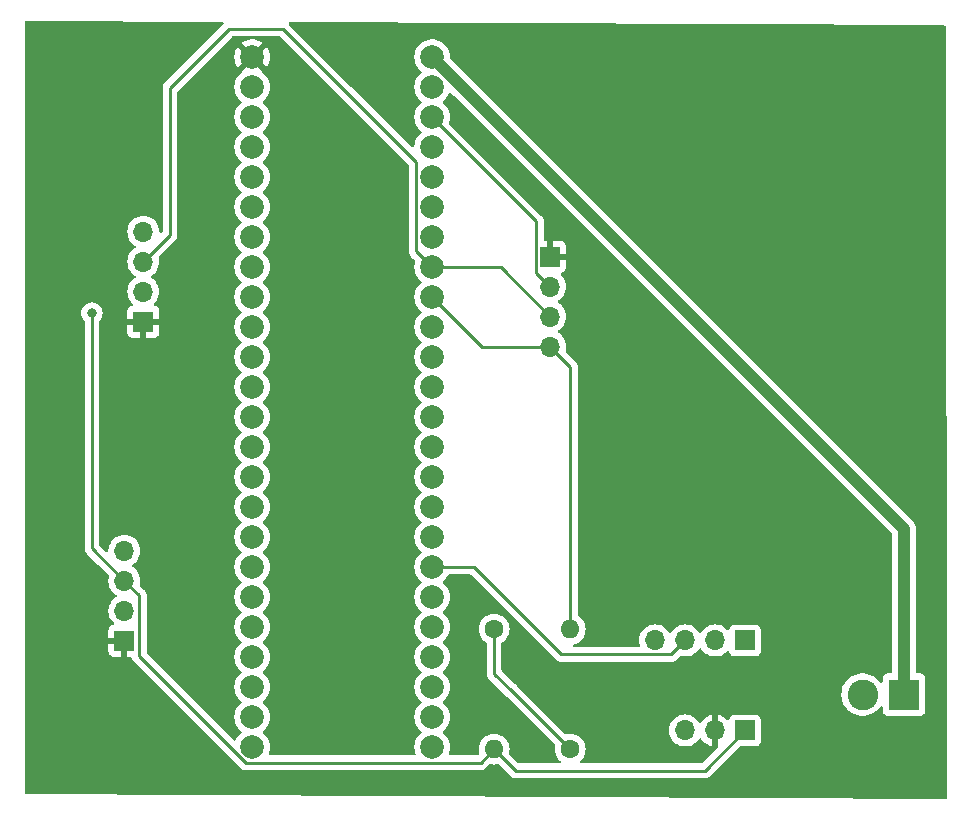
<source format=gbr>
%TF.GenerationSoftware,KiCad,Pcbnew,7.0.7*%
%TF.CreationDate,2023-11-29T00:53:04-05:00*%
%TF.ProjectId,master-board,6d617374-6572-42d6-926f-6172642e6b69,rev?*%
%TF.SameCoordinates,Original*%
%TF.FileFunction,Copper,L1,Top*%
%TF.FilePolarity,Positive*%
%FSLAX46Y46*%
G04 Gerber Fmt 4.6, Leading zero omitted, Abs format (unit mm)*
G04 Created by KiCad (PCBNEW 7.0.7) date 2023-11-29 00:53:04*
%MOMM*%
%LPD*%
G01*
G04 APERTURE LIST*
%TA.AperFunction,ComponentPad*%
%ADD10R,1.700000X1.700000*%
%TD*%
%TA.AperFunction,ComponentPad*%
%ADD11O,1.700000X1.700000*%
%TD*%
%TA.AperFunction,ComponentPad*%
%ADD12C,1.600000*%
%TD*%
%TA.AperFunction,ComponentPad*%
%ADD13O,1.600000X1.600000*%
%TD*%
%TA.AperFunction,ComponentPad*%
%ADD14C,2.000000*%
%TD*%
%TA.AperFunction,ComponentPad*%
%ADD15R,2.600000X2.600000*%
%TD*%
%TA.AperFunction,ComponentPad*%
%ADD16C,2.600000*%
%TD*%
%TA.AperFunction,ViaPad*%
%ADD17C,0.800000*%
%TD*%
%TA.AperFunction,Conductor*%
%ADD18C,1.000000*%
%TD*%
%TA.AperFunction,Conductor*%
%ADD19C,0.250000*%
%TD*%
G04 APERTURE END LIST*
D10*
%TO.P,J5,1,Pin_1*%
%TO.N,GND*%
X116950000Y-113000000D03*
D11*
%TO.P,J5,2,Pin_2*%
%TO.N,/SDA*%
X116950000Y-110460000D03*
%TO.P,J5,3,Pin_3*%
%TO.N,/SCL*%
X116950000Y-107920000D03*
%TO.P,J5,4,Pin_4*%
%TO.N,/3.3V*%
X116950000Y-105380000D03*
%TD*%
D12*
%TO.P,R2,1*%
%TO.N,/3.3V*%
X148250000Y-112020000D03*
D13*
%TO.P,R2,2*%
%TO.N,/SCL*%
X148250000Y-122180000D03*
%TD*%
D10*
%TO.P,J2,1,Pin_1*%
%TO.N,/BMP_INT*%
X169500000Y-112980000D03*
D11*
%TO.P,J2,2,Pin_2*%
%TO.N,/BMP_CS*%
X166960000Y-112980000D03*
%TO.P,J2,3,Pin_3*%
%TO.N,/BMP_I2C_ADDR*%
X164420000Y-112980000D03*
%TO.P,J2,4,Pin_4*%
%TO.N,/SDA*%
X161880000Y-112980000D03*
%TD*%
D10*
%TO.P,J6,1,Pin_1*%
%TO.N,GND*%
X118550000Y-85990000D03*
D11*
%TO.P,J6,2,Pin_2*%
%TO.N,/3.3V*%
X118550000Y-83450000D03*
%TO.P,J6,3,Pin_3*%
%TO.N,/SCL*%
X118550000Y-80910000D03*
%TO.P,J6,4,Pin_4*%
%TO.N,/SDA*%
X118550000Y-78370000D03*
%TD*%
D10*
%TO.P,J3,1,Pin_1*%
%TO.N,/SCL*%
X169500000Y-120600000D03*
D11*
%TO.P,J3,2,Pin_2*%
%TO.N,GND*%
X166960000Y-120600000D03*
%TO.P,J3,3,Pin_3*%
%TO.N,/3.3V*%
X164420000Y-120600000D03*
%TD*%
D10*
%TO.P,J4,1,Pin_1*%
%TO.N,GND*%
X153000000Y-80480000D03*
D11*
%TO.P,J4,2,Pin_2*%
%TO.N,/3.3V*%
X153000000Y-83020000D03*
%TO.P,J4,3,Pin_3*%
%TO.N,/SCL*%
X153000000Y-85560000D03*
%TO.P,J4,4,Pin_4*%
%TO.N,/SDA*%
X153000000Y-88100000D03*
%TD*%
D14*
%TO.P,Teensy4.1,0,GND*%
%TO.N,GND*%
X127760000Y-63580000D03*
%TO.P,Teensy4.1,1,RX1*%
%TO.N,unconnected-(Teensy4.1-RX1-Pad1)*%
X127760000Y-66120000D03*
%TO.P,Teensy4.1,2,TX1*%
%TO.N,unconnected-(Teensy4.1-TX1-Pad2)*%
X127760000Y-68660000D03*
%TO.P,Teensy4.1,3,PWM*%
%TO.N,unconnected-(Teensy4.1-PWM-Pad3)*%
X127760000Y-71200000D03*
%TO.P,Teensy4.1,4,PWM*%
%TO.N,unconnected-(Teensy4.1-PWM-Pad4)*%
X127760000Y-73740000D03*
%TO.P,Teensy4.1,5,PWM*%
%TO.N,unconnected-(Teensy4.1-PWM-Pad5)*%
X127760000Y-76280000D03*
%TO.P,Teensy4.1,6,PWM*%
%TO.N,unconnected-(Teensy4.1-PWM-Pad6)*%
X127760000Y-78820000D03*
%TO.P,Teensy4.1,7,PWM*%
%TO.N,unconnected-(Teensy4.1-PWM-Pad7)*%
X127760000Y-81360000D03*
%TO.P,Teensy4.1,8,RX2*%
%TO.N,unconnected-(Teensy4.1-RX2-Pad8)*%
X127760000Y-83900000D03*
%TO.P,Teensy4.1,9,TX2*%
%TO.N,unconnected-(Teensy4.1-TX2-Pad9)*%
X127760000Y-86440000D03*
%TO.P,Teensy4.1,10,PWM*%
%TO.N,unconnected-(Teensy4.1-PWM-Pad10)*%
X127760000Y-88980000D03*
%TO.P,Teensy4.1,11,CS*%
%TO.N,unconnected-(Teensy4.1-CS-Pad11)*%
X127760000Y-91520000D03*
%TO.P,Teensy4.1,12,MOSI*%
%TO.N,unconnected-(Teensy4.1-MOSI-Pad12)*%
X127760000Y-94060000D03*
%TO.P,Teensy4.1,13,MISO*%
%TO.N,unconnected-(Teensy4.1-MISO-Pad13)*%
X127760000Y-96600000D03*
%TO.P,Teensy4.1,14,3.3V*%
%TO.N,unconnected-(Teensy4.1-3.3V-Pad14)*%
X127760000Y-99140000D03*
%TO.P,Teensy4.1,15,SCL2*%
%TO.N,unconnected-(Teensy4.1-SCL2-Pad15)*%
X127760000Y-101680000D03*
%TO.P,Teensy4.1,16,SDA2*%
%TO.N,unconnected-(Teensy4.1-SDA2-Pad16)*%
X127760000Y-104220000D03*
%TO.P,Teensy4.1,17,MOSI1*%
%TO.N,unconnected-(Teensy4.1-MOSI1-Pad17)*%
X127760000Y-106760000D03*
%TO.P,Teensy4.1,18,SCK1*%
%TO.N,unconnected-(Teensy4.1-SCK1-Pad18)*%
X127760000Y-109300000D03*
%TO.P,Teensy4.1,19,RX7*%
%TO.N,unconnected-(Teensy4.1-RX7-Pad19)*%
X127760000Y-111840000D03*
%TO.P,Teensy4.1,20,TX7*%
%TO.N,unconnected-(Teensy4.1-TX7-Pad20)*%
X127760000Y-114380000D03*
%TO.P,Teensy4.1,21,GPIO*%
%TO.N,unconnected-(Teensy4.1-GPIO-Pad21)*%
X127760000Y-116920000D03*
%TO.P,Teensy4.1,22,GPIO*%
%TO.N,unconnected-(Teensy4.1-GPIO-Pad22)*%
X127760000Y-119460000D03*
%TO.P,Teensy4.1,23,GPIO*%
%TO.N,unconnected-(Teensy4.1-GPIO-Pad23)*%
X127760000Y-122000000D03*
%TO.P,Teensy4.1,24,PWM*%
%TO.N,unconnected-(Teensy4.1-PWM-Pad24)*%
X143000000Y-122000000D03*
%TO.P,Teensy4.1,25,RX8*%
%TO.N,unconnected-(Teensy4.1-RX8-Pad25)*%
X143000000Y-119460000D03*
%TO.P,Teensy4.1,26,TX8*%
%TO.N,unconnected-(Teensy4.1-TX8-Pad26)*%
X143000000Y-116920000D03*
%TO.P,Teensy4.1,27,PWM*%
%TO.N,unconnected-(Teensy4.1-PWM-Pad27)*%
X143000000Y-114380000D03*
%TO.P,Teensy4.1,28,PWM*%
%TO.N,/BMP_INT*%
X143000000Y-111840000D03*
%TO.P,Teensy4.1,29,CS1*%
%TO.N,/BMP_CS*%
X143000000Y-109300000D03*
%TO.P,Teensy4.1,30,MISO*%
%TO.N,/BMP_I2C_ADDR*%
X143000000Y-106760000D03*
%TO.P,Teensy4.1,31,A16*%
%TO.N,unconnected-(Teensy4.1-A16-Pad31)*%
X143000000Y-104220000D03*
%TO.P,Teensy4.1,32,A17*%
%TO.N,unconnected-(Teensy4.1-A17-Pad32)*%
X143000000Y-101680000D03*
%TO.P,Teensy4.1,33,GND*%
%TO.N,unconnected-(Teensy4.1-GND-Pad33)*%
X143000000Y-99140000D03*
%TO.P,Teensy4.1,34,SCK*%
%TO.N,unconnected-(Teensy4.1-SCK-Pad34)*%
X143000000Y-96600000D03*
%TO.P,Teensy4.1,35,A0*%
%TO.N,unconnected-(Teensy4.1-A0-Pad35)*%
X143000000Y-94060000D03*
%TO.P,Teensy4.1,36,A1*%
%TO.N,unconnected-(Teensy4.1-A1-Pad36)*%
X143000000Y-91520000D03*
%TO.P,Teensy4.1,37,A2*%
%TO.N,unconnected-(Teensy4.1-A2-Pad37)*%
X143000000Y-88980000D03*
%TO.P,Teensy4.1,38,A3*%
%TO.N,unconnected-(Teensy4.1-A3-Pad38)*%
X143000000Y-86440000D03*
%TO.P,Teensy4.1,39,SDA*%
%TO.N,/SDA*%
X143000000Y-83900000D03*
%TO.P,Teensy4.1,40,SCL*%
%TO.N,/SCL*%
X143000000Y-81360000D03*
%TO.P,Teensy4.1,41,TX5*%
%TO.N,unconnected-(Teensy4.1-TX5-Pad41)*%
X143000000Y-78820000D03*
%TO.P,Teensy4.1,42,RX5*%
%TO.N,unconnected-(Teensy4.1-RX5-Pad42)*%
X143000000Y-76280000D03*
%TO.P,Teensy4.1,43,PWM*%
%TO.N,unconnected-(Teensy4.1-PWM-Pad43)*%
X143000000Y-73740000D03*
%TO.P,Teensy4.1,44,PWM*%
%TO.N,unconnected-(Teensy4.1-PWM-Pad44)*%
X143000000Y-71200000D03*
%TO.P,Teensy4.1,45,3.3V*%
%TO.N,/3.3V*%
X143000000Y-68660000D03*
%TO.P,Teensy4.1,46,GND*%
%TO.N,Net-(J1-Pin_2)*%
X143000000Y-66120000D03*
%TO.P,Teensy4.1,47,Vin*%
%TO.N,Net-(J1-Pin_1)*%
X143000000Y-63580000D03*
%TD*%
D15*
%TO.P,J1,1,Pin_1*%
%TO.N,Net-(J1-Pin_1)*%
X182950000Y-117555000D03*
D16*
%TO.P,J1,2,Pin_2*%
%TO.N,Net-(J1-Pin_2)*%
X179450000Y-117555000D03*
%TD*%
D12*
%TO.P,R1,1*%
%TO.N,/3.3V*%
X154700000Y-122180000D03*
D13*
%TO.P,R1,2*%
%TO.N,/SDA*%
X154700000Y-112020000D03*
%TD*%
D17*
%TO.N,/SCL*%
X114200000Y-85260000D03*
%TD*%
D18*
%TO.N,Net-(J1-Pin_1)*%
X182950000Y-117555000D02*
X182950000Y-103530000D01*
X182950000Y-103530000D02*
X143000000Y-63580000D01*
D19*
%TO.N,/BMP_I2C_ADDR*%
X146560000Y-106760000D02*
X143000000Y-106760000D01*
X163245000Y-114155000D02*
X153955000Y-114155000D01*
X153955000Y-114155000D02*
X146560000Y-106760000D01*
X164420000Y-112980000D02*
X163245000Y-114155000D01*
%TO.N,/SDA*%
X154700000Y-112020000D02*
X154700000Y-89800000D01*
X153000000Y-88100000D02*
X147200000Y-88100000D01*
X154700000Y-89800000D02*
X153000000Y-88100000D01*
X147200000Y-88100000D02*
X143000000Y-83900000D01*
%TO.N,/SCL*%
X148250000Y-122180000D02*
X150070000Y-124000000D01*
X120800000Y-66200000D02*
X125800000Y-61200000D01*
X127211167Y-123325000D02*
X118200000Y-114313833D01*
X141650000Y-80010000D02*
X143000000Y-81360000D01*
X148800000Y-81360000D02*
X153000000Y-85560000D01*
X118550000Y-80910000D02*
X118550000Y-80900000D01*
X118200000Y-114313833D02*
X118200000Y-109170000D01*
X125800000Y-61200000D02*
X130400000Y-61200000D01*
X147105000Y-123325000D02*
X127211167Y-123325000D01*
X166100000Y-124000000D02*
X169500000Y-120600000D01*
X120800000Y-78650000D02*
X120800000Y-66200000D01*
X143000000Y-81360000D02*
X148800000Y-81360000D01*
X150070000Y-124000000D02*
X166100000Y-124000000D01*
X118550000Y-80900000D02*
X120800000Y-78650000D01*
X118200000Y-109170000D02*
X116950000Y-107920000D01*
X130400000Y-61200000D02*
X141650000Y-72450000D01*
X116950000Y-107920000D02*
X114200000Y-105170000D01*
X141650000Y-72450000D02*
X141650000Y-80010000D01*
X114200000Y-105170000D02*
X114200000Y-85260000D01*
X148250000Y-122180000D02*
X147105000Y-123325000D01*
%TO.N,/3.3V*%
X151825000Y-77485000D02*
X143000000Y-68660000D01*
X154700000Y-122180000D02*
X149720000Y-117200000D01*
X149720000Y-117200000D02*
X149650000Y-117200000D01*
X148250000Y-115800000D02*
X148250000Y-112020000D01*
X149650000Y-117200000D02*
X148250000Y-115800000D01*
X153000000Y-83020000D02*
X151825000Y-81845000D01*
X151825000Y-81845000D02*
X151825000Y-77485000D01*
%TD*%
%TA.AperFunction,Conductor*%
%TO.N,GND*%
G36*
X125230886Y-60585799D02*
G01*
X125297823Y-60605827D01*
X125343306Y-60658865D01*
X125352895Y-60728073D01*
X125323544Y-60791479D01*
X125317930Y-60797478D01*
X120416208Y-65699199D01*
X120403951Y-65709020D01*
X120404134Y-65709241D01*
X120398123Y-65714213D01*
X120350772Y-65764636D01*
X120329889Y-65785519D01*
X120329877Y-65785532D01*
X120325621Y-65791017D01*
X120321837Y-65795447D01*
X120289937Y-65829418D01*
X120289936Y-65829420D01*
X120280284Y-65846976D01*
X120269610Y-65863226D01*
X120257329Y-65879061D01*
X120257324Y-65879068D01*
X120238815Y-65921838D01*
X120236245Y-65927084D01*
X120213803Y-65967906D01*
X120208822Y-65987307D01*
X120202521Y-66005710D01*
X120194562Y-66024102D01*
X120194561Y-66024105D01*
X120187271Y-66070127D01*
X120186087Y-66075846D01*
X120174501Y-66120972D01*
X120174500Y-66120982D01*
X120174500Y-66141016D01*
X120172973Y-66160415D01*
X120169840Y-66180194D01*
X120169839Y-66180197D01*
X120174224Y-66226585D01*
X120174499Y-66232421D01*
X120174499Y-78339546D01*
X120154814Y-78406585D01*
X120138180Y-78427227D01*
X120117002Y-78448405D01*
X120055679Y-78481890D01*
X119985987Y-78476906D01*
X119930054Y-78435034D01*
X119905793Y-78371532D01*
X119905659Y-78369999D01*
X119885063Y-78134592D01*
X119823903Y-77906337D01*
X119724035Y-77692171D01*
X119636910Y-77567742D01*
X119588494Y-77498597D01*
X119421402Y-77331506D01*
X119421395Y-77331501D01*
X119227834Y-77195967D01*
X119227830Y-77195965D01*
X119227830Y-77195964D01*
X119013663Y-77096097D01*
X119013659Y-77096096D01*
X119013655Y-77096094D01*
X118785413Y-77034938D01*
X118785403Y-77034936D01*
X118550001Y-77014341D01*
X118549999Y-77014341D01*
X118314596Y-77034936D01*
X118314586Y-77034938D01*
X118086344Y-77096094D01*
X118086335Y-77096098D01*
X117872171Y-77195964D01*
X117872169Y-77195965D01*
X117678597Y-77331505D01*
X117511505Y-77498597D01*
X117375965Y-77692169D01*
X117375964Y-77692171D01*
X117276098Y-77906335D01*
X117276094Y-77906344D01*
X117214938Y-78134586D01*
X117214936Y-78134596D01*
X117194341Y-78369999D01*
X117194341Y-78370000D01*
X117214936Y-78605403D01*
X117214938Y-78605413D01*
X117276094Y-78833655D01*
X117276096Y-78833659D01*
X117276097Y-78833663D01*
X117340109Y-78970936D01*
X117375965Y-79047830D01*
X117375967Y-79047834D01*
X117511501Y-79241395D01*
X117511506Y-79241402D01*
X117678597Y-79408493D01*
X117678603Y-79408498D01*
X117864158Y-79538425D01*
X117907783Y-79593002D01*
X117914977Y-79662500D01*
X117883454Y-79724855D01*
X117864158Y-79741575D01*
X117678597Y-79871505D01*
X117511505Y-80038597D01*
X117375965Y-80232169D01*
X117375964Y-80232171D01*
X117276098Y-80446335D01*
X117276094Y-80446344D01*
X117214938Y-80674586D01*
X117214936Y-80674596D01*
X117194341Y-80909999D01*
X117194341Y-80910000D01*
X117214936Y-81145403D01*
X117214938Y-81145413D01*
X117276094Y-81373655D01*
X117276096Y-81373659D01*
X117276097Y-81373663D01*
X117368623Y-81572086D01*
X117375965Y-81587830D01*
X117375967Y-81587834D01*
X117475782Y-81730384D01*
X117505870Y-81773354D01*
X117511501Y-81781395D01*
X117511506Y-81781402D01*
X117678597Y-81948493D01*
X117678603Y-81948498D01*
X117864158Y-82078425D01*
X117907783Y-82133002D01*
X117914977Y-82202500D01*
X117883454Y-82264855D01*
X117864158Y-82281575D01*
X117678597Y-82411505D01*
X117511505Y-82578597D01*
X117375965Y-82772169D01*
X117375964Y-82772171D01*
X117276098Y-82986335D01*
X117276094Y-82986344D01*
X117214938Y-83214586D01*
X117214936Y-83214596D01*
X117194341Y-83449999D01*
X117194341Y-83450000D01*
X117214936Y-83685403D01*
X117214938Y-83685413D01*
X117276094Y-83913655D01*
X117276096Y-83913659D01*
X117276097Y-83913663D01*
X117343635Y-84058498D01*
X117375965Y-84127830D01*
X117375967Y-84127834D01*
X117473763Y-84267500D01*
X117511501Y-84321396D01*
X117511506Y-84321402D01*
X117633818Y-84443714D01*
X117667303Y-84505037D01*
X117662319Y-84574729D01*
X117620447Y-84630662D01*
X117589471Y-84647577D01*
X117457912Y-84696646D01*
X117457906Y-84696649D01*
X117342812Y-84782809D01*
X117342809Y-84782812D01*
X117256649Y-84897906D01*
X117256645Y-84897913D01*
X117206403Y-85032620D01*
X117206401Y-85032627D01*
X117200000Y-85092155D01*
X117200000Y-85740000D01*
X117936653Y-85740000D01*
X118003692Y-85759685D01*
X118049447Y-85812489D01*
X118059391Y-85881647D01*
X118055631Y-85898933D01*
X118050000Y-85918111D01*
X118050000Y-86061888D01*
X118055631Y-86081067D01*
X118055630Y-86150936D01*
X118017855Y-86209714D01*
X117954299Y-86238738D01*
X117936653Y-86240000D01*
X117200000Y-86240000D01*
X117200000Y-86887844D01*
X117206401Y-86947372D01*
X117206403Y-86947379D01*
X117256645Y-87082086D01*
X117256649Y-87082093D01*
X117342809Y-87197187D01*
X117342812Y-87197190D01*
X117457906Y-87283350D01*
X117457913Y-87283354D01*
X117592620Y-87333596D01*
X117592627Y-87333598D01*
X117652155Y-87339999D01*
X117652172Y-87340000D01*
X118300000Y-87340000D01*
X118300000Y-86602301D01*
X118319685Y-86535262D01*
X118372489Y-86489507D01*
X118441647Y-86479563D01*
X118514237Y-86490000D01*
X118514238Y-86490000D01*
X118585762Y-86490000D01*
X118585763Y-86490000D01*
X118658353Y-86479563D01*
X118727512Y-86489507D01*
X118780315Y-86535262D01*
X118800000Y-86602301D01*
X118800000Y-87340000D01*
X119447828Y-87340000D01*
X119447844Y-87339999D01*
X119507372Y-87333598D01*
X119507379Y-87333596D01*
X119642086Y-87283354D01*
X119642093Y-87283350D01*
X119757187Y-87197190D01*
X119757190Y-87197187D01*
X119843350Y-87082093D01*
X119843354Y-87082086D01*
X119893596Y-86947379D01*
X119893598Y-86947372D01*
X119899999Y-86887844D01*
X119900000Y-86887827D01*
X119900000Y-86240000D01*
X119163347Y-86240000D01*
X119096308Y-86220315D01*
X119050553Y-86167511D01*
X119040609Y-86098353D01*
X119044369Y-86081067D01*
X119050000Y-86061888D01*
X119050000Y-85918111D01*
X119044369Y-85898933D01*
X119044370Y-85829064D01*
X119082145Y-85770286D01*
X119145701Y-85741262D01*
X119163347Y-85740000D01*
X119900000Y-85740000D01*
X119900000Y-85092172D01*
X119899999Y-85092155D01*
X119893598Y-85032627D01*
X119893596Y-85032620D01*
X119843354Y-84897913D01*
X119843350Y-84897906D01*
X119757190Y-84782812D01*
X119757187Y-84782809D01*
X119642093Y-84696649D01*
X119642088Y-84696646D01*
X119510528Y-84647577D01*
X119454595Y-84605705D01*
X119430178Y-84540241D01*
X119445030Y-84471968D01*
X119466175Y-84443720D01*
X119588495Y-84321401D01*
X119724035Y-84127830D01*
X119823903Y-83913663D01*
X119885063Y-83685408D01*
X119905659Y-83450000D01*
X119885063Y-83214592D01*
X119823903Y-82986337D01*
X119724035Y-82772171D01*
X119662386Y-82684126D01*
X119588494Y-82578597D01*
X119421402Y-82411506D01*
X119421396Y-82411501D01*
X119235842Y-82281575D01*
X119192217Y-82226998D01*
X119185023Y-82157500D01*
X119216546Y-82095145D01*
X119235842Y-82078425D01*
X119310304Y-82026286D01*
X119421401Y-81948495D01*
X119588495Y-81781401D01*
X119724035Y-81587830D01*
X119823903Y-81373663D01*
X119885063Y-81145408D01*
X119905659Y-80910000D01*
X119885063Y-80674592D01*
X119869383Y-80616076D01*
X119856030Y-80566238D01*
X119857693Y-80496388D01*
X119888122Y-80446466D01*
X121183786Y-79150802D01*
X121196048Y-79140980D01*
X121195865Y-79140759D01*
X121201867Y-79135792D01*
X121201877Y-79135786D01*
X121249241Y-79085348D01*
X121270120Y-79064470D01*
X121274373Y-79058986D01*
X121278150Y-79054563D01*
X121310062Y-79020582D01*
X121319714Y-79003023D01*
X121330389Y-78986772D01*
X121342674Y-78970936D01*
X121361186Y-78928152D01*
X121363742Y-78922935D01*
X121386197Y-78882092D01*
X121391180Y-78862680D01*
X121397477Y-78844291D01*
X121405438Y-78825895D01*
X121412729Y-78779853D01*
X121413906Y-78774166D01*
X121425500Y-78729019D01*
X121425499Y-78708986D01*
X121427027Y-78689583D01*
X121430159Y-78669808D01*
X121430160Y-78669806D01*
X121425775Y-78623415D01*
X121425500Y-78617577D01*
X121425500Y-72567854D01*
X121425500Y-66510448D01*
X121445184Y-66443413D01*
X121461813Y-66422776D01*
X126022771Y-61861819D01*
X126084095Y-61828334D01*
X126110453Y-61825500D01*
X130089548Y-61825500D01*
X130156587Y-61845185D01*
X130177229Y-61861819D01*
X140988181Y-72672771D01*
X141021666Y-72734094D01*
X141024500Y-72760452D01*
X141024500Y-79927255D01*
X141022775Y-79942872D01*
X141023061Y-79942899D01*
X141022326Y-79950665D01*
X141024500Y-80019814D01*
X141024500Y-80049343D01*
X141024501Y-80049360D01*
X141025368Y-80056231D01*
X141025826Y-80062050D01*
X141027290Y-80108624D01*
X141027291Y-80108627D01*
X141032880Y-80127867D01*
X141036824Y-80146911D01*
X141039336Y-80166792D01*
X141047675Y-80187854D01*
X141056490Y-80210119D01*
X141058382Y-80215647D01*
X141071351Y-80260286D01*
X141071382Y-80260390D01*
X141077157Y-80270156D01*
X141081580Y-80277634D01*
X141090138Y-80295103D01*
X141097514Y-80313732D01*
X141124898Y-80351423D01*
X141128106Y-80356307D01*
X141151827Y-80396416D01*
X141151833Y-80396424D01*
X141165990Y-80410580D01*
X141178628Y-80425376D01*
X141190405Y-80441586D01*
X141190406Y-80441587D01*
X141226309Y-80471288D01*
X141230620Y-80475210D01*
X141398803Y-80643393D01*
X141536338Y-80780928D01*
X141569823Y-80842251D01*
X141568863Y-80899049D01*
X141514892Y-81112174D01*
X141514890Y-81112187D01*
X141494357Y-81359994D01*
X141494357Y-81360005D01*
X141514890Y-81607812D01*
X141514892Y-81607824D01*
X141575936Y-81848881D01*
X141675826Y-82076606D01*
X141811833Y-82284782D01*
X141811836Y-82284785D01*
X141980256Y-82467738D01*
X142063008Y-82532147D01*
X142103821Y-82588857D01*
X142107496Y-82658630D01*
X142072864Y-82719313D01*
X142063014Y-82727848D01*
X142006071Y-82772169D01*
X141980257Y-82792261D01*
X141811833Y-82975217D01*
X141675826Y-83183393D01*
X141575936Y-83411118D01*
X141514892Y-83652175D01*
X141514890Y-83652187D01*
X141494357Y-83899994D01*
X141494357Y-83900005D01*
X141514890Y-84147812D01*
X141514892Y-84147824D01*
X141575936Y-84388881D01*
X141675826Y-84616606D01*
X141811833Y-84824782D01*
X141811836Y-84824785D01*
X141980256Y-85007738D01*
X142063008Y-85072147D01*
X142103821Y-85128857D01*
X142107496Y-85198630D01*
X142072864Y-85259313D01*
X142063014Y-85267848D01*
X142004400Y-85313469D01*
X141980257Y-85332261D01*
X141811833Y-85515217D01*
X141675826Y-85723393D01*
X141575936Y-85951118D01*
X141514892Y-86192175D01*
X141514890Y-86192187D01*
X141494357Y-86439994D01*
X141494357Y-86440005D01*
X141514890Y-86687812D01*
X141514892Y-86687824D01*
X141575936Y-86928881D01*
X141675826Y-87156606D01*
X141811833Y-87364782D01*
X141811836Y-87364785D01*
X141980256Y-87547738D01*
X142063008Y-87612147D01*
X142103821Y-87668857D01*
X142107496Y-87738630D01*
X142072864Y-87799313D01*
X142063014Y-87807848D01*
X142004400Y-87853469D01*
X141980257Y-87872261D01*
X141811833Y-88055217D01*
X141675826Y-88263393D01*
X141575936Y-88491118D01*
X141514892Y-88732175D01*
X141514890Y-88732187D01*
X141494357Y-88979994D01*
X141494357Y-88980005D01*
X141514890Y-89227812D01*
X141514892Y-89227824D01*
X141575936Y-89468881D01*
X141675826Y-89696606D01*
X141811833Y-89904782D01*
X141811836Y-89904785D01*
X141980256Y-90087738D01*
X142063008Y-90152147D01*
X142103821Y-90208857D01*
X142107496Y-90278630D01*
X142072864Y-90339313D01*
X142063014Y-90347848D01*
X142004400Y-90393469D01*
X141980257Y-90412261D01*
X141811833Y-90595217D01*
X141675826Y-90803393D01*
X141575936Y-91031118D01*
X141514892Y-91272175D01*
X141514890Y-91272187D01*
X141494357Y-91519994D01*
X141494357Y-91520005D01*
X141514890Y-91767812D01*
X141514892Y-91767824D01*
X141575936Y-92008881D01*
X141675826Y-92236606D01*
X141811833Y-92444782D01*
X141811836Y-92444785D01*
X141980256Y-92627738D01*
X142063008Y-92692147D01*
X142103821Y-92748857D01*
X142107496Y-92818630D01*
X142072864Y-92879313D01*
X142063014Y-92887848D01*
X142004400Y-92933469D01*
X141980257Y-92952261D01*
X141811833Y-93135217D01*
X141675826Y-93343393D01*
X141575936Y-93571118D01*
X141514892Y-93812175D01*
X141514890Y-93812187D01*
X141494357Y-94059994D01*
X141494357Y-94060005D01*
X141514890Y-94307812D01*
X141514892Y-94307824D01*
X141575936Y-94548881D01*
X141675826Y-94776606D01*
X141811833Y-94984782D01*
X141811836Y-94984785D01*
X141980256Y-95167738D01*
X142063008Y-95232146D01*
X142103820Y-95288856D01*
X142107495Y-95358629D01*
X142072864Y-95419312D01*
X142063009Y-95427852D01*
X141980255Y-95492262D01*
X141811833Y-95675217D01*
X141675826Y-95883393D01*
X141575936Y-96111118D01*
X141514892Y-96352175D01*
X141514890Y-96352187D01*
X141494357Y-96599994D01*
X141494357Y-96600005D01*
X141514890Y-96847812D01*
X141514892Y-96847824D01*
X141575936Y-97088881D01*
X141675826Y-97316606D01*
X141811833Y-97524782D01*
X141811836Y-97524785D01*
X141980256Y-97707738D01*
X142063008Y-97772147D01*
X142103821Y-97828857D01*
X142107496Y-97898630D01*
X142072864Y-97959313D01*
X142063014Y-97967848D01*
X142004400Y-98013469D01*
X141980257Y-98032261D01*
X141811833Y-98215217D01*
X141675826Y-98423393D01*
X141575936Y-98651118D01*
X141514892Y-98892175D01*
X141514890Y-98892187D01*
X141494357Y-99139994D01*
X141494357Y-99140005D01*
X141514890Y-99387812D01*
X141514892Y-99387824D01*
X141575936Y-99628881D01*
X141675826Y-99856606D01*
X141811833Y-100064782D01*
X141811836Y-100064785D01*
X141980256Y-100247738D01*
X142063008Y-100312147D01*
X142103821Y-100368857D01*
X142107496Y-100438630D01*
X142072864Y-100499313D01*
X142063014Y-100507848D01*
X142004400Y-100553469D01*
X141980257Y-100572261D01*
X141811833Y-100755217D01*
X141675826Y-100963393D01*
X141575936Y-101191118D01*
X141514892Y-101432175D01*
X141514890Y-101432187D01*
X141494357Y-101679994D01*
X141494357Y-101680005D01*
X141514890Y-101927812D01*
X141514892Y-101927824D01*
X141575936Y-102168881D01*
X141675826Y-102396606D01*
X141811833Y-102604782D01*
X141811836Y-102604785D01*
X141980256Y-102787738D01*
X142063008Y-102852147D01*
X142103821Y-102908857D01*
X142107496Y-102978630D01*
X142072864Y-103039313D01*
X142063014Y-103047848D01*
X142041771Y-103064383D01*
X141980257Y-103112261D01*
X141811833Y-103295217D01*
X141675826Y-103503393D01*
X141575936Y-103731118D01*
X141514892Y-103972175D01*
X141514890Y-103972187D01*
X141494357Y-104219994D01*
X141494357Y-104220005D01*
X141514890Y-104467812D01*
X141514892Y-104467824D01*
X141575936Y-104708881D01*
X141675826Y-104936606D01*
X141811833Y-105144782D01*
X141811836Y-105144785D01*
X141980256Y-105327738D01*
X142063008Y-105392146D01*
X142103820Y-105448856D01*
X142107495Y-105518629D01*
X142072864Y-105579312D01*
X142063009Y-105587852D01*
X141980255Y-105652262D01*
X141811833Y-105835217D01*
X141675826Y-106043393D01*
X141575936Y-106271118D01*
X141514892Y-106512175D01*
X141514890Y-106512187D01*
X141494357Y-106759994D01*
X141494357Y-106760005D01*
X141514890Y-107007812D01*
X141514892Y-107007824D01*
X141575936Y-107248881D01*
X141675826Y-107476606D01*
X141811833Y-107684782D01*
X141811836Y-107684785D01*
X141980256Y-107867738D01*
X142063008Y-107932146D01*
X142103820Y-107988856D01*
X142107495Y-108058629D01*
X142072864Y-108119312D01*
X142063009Y-108127852D01*
X141980255Y-108192262D01*
X141811833Y-108375217D01*
X141675826Y-108583393D01*
X141575936Y-108811118D01*
X141514892Y-109052175D01*
X141514890Y-109052187D01*
X141494357Y-109299994D01*
X141494357Y-109300005D01*
X141514890Y-109547812D01*
X141514892Y-109547824D01*
X141575936Y-109788881D01*
X141675826Y-110016606D01*
X141811833Y-110224782D01*
X141811836Y-110224785D01*
X141980256Y-110407738D01*
X142063008Y-110472147D01*
X142103821Y-110528857D01*
X142107496Y-110598630D01*
X142072864Y-110659313D01*
X142063014Y-110667848D01*
X142027606Y-110695408D01*
X141980257Y-110732261D01*
X141811833Y-110915217D01*
X141675826Y-111123393D01*
X141575936Y-111351118D01*
X141514892Y-111592175D01*
X141514890Y-111592187D01*
X141494357Y-111839994D01*
X141494357Y-111840005D01*
X141514890Y-112087812D01*
X141514892Y-112087824D01*
X141575936Y-112328881D01*
X141675826Y-112556606D01*
X141811833Y-112764782D01*
X141811836Y-112764785D01*
X141980256Y-112947738D01*
X142063008Y-113012147D01*
X142103821Y-113068857D01*
X142107496Y-113138630D01*
X142072864Y-113199313D01*
X142063014Y-113207848D01*
X142015692Y-113244681D01*
X141980257Y-113272261D01*
X141811833Y-113455217D01*
X141675826Y-113663393D01*
X141575936Y-113891118D01*
X141514892Y-114132175D01*
X141514890Y-114132187D01*
X141494357Y-114379994D01*
X141494357Y-114380005D01*
X141514890Y-114627812D01*
X141514892Y-114627824D01*
X141575936Y-114868881D01*
X141675826Y-115096606D01*
X141811833Y-115304782D01*
X141811836Y-115304785D01*
X141980256Y-115487738D01*
X142063008Y-115552147D01*
X142103821Y-115608857D01*
X142107496Y-115678630D01*
X142072864Y-115739313D01*
X142063014Y-115747848D01*
X142004400Y-115793469D01*
X141980257Y-115812261D01*
X141811833Y-115995217D01*
X141675826Y-116203393D01*
X141575936Y-116431118D01*
X141514892Y-116672175D01*
X141514890Y-116672187D01*
X141494357Y-116919994D01*
X141494357Y-116920005D01*
X141514890Y-117167812D01*
X141514892Y-117167824D01*
X141575936Y-117408881D01*
X141675826Y-117636606D01*
X141811833Y-117844782D01*
X141811836Y-117844785D01*
X141980256Y-118027738D01*
X142063008Y-118092147D01*
X142103821Y-118148857D01*
X142107496Y-118218630D01*
X142072864Y-118279313D01*
X142063014Y-118287848D01*
X142004400Y-118333469D01*
X141980257Y-118352261D01*
X141811833Y-118535217D01*
X141675826Y-118743393D01*
X141575936Y-118971118D01*
X141514892Y-119212175D01*
X141514890Y-119212187D01*
X141494357Y-119459994D01*
X141494357Y-119460005D01*
X141514890Y-119707812D01*
X141514892Y-119707824D01*
X141575936Y-119948881D01*
X141675826Y-120176606D01*
X141811833Y-120384782D01*
X141811836Y-120384785D01*
X141980256Y-120567738D01*
X142063008Y-120632146D01*
X142103820Y-120688856D01*
X142107495Y-120758629D01*
X142072864Y-120819312D01*
X142063009Y-120827852D01*
X141980255Y-120892262D01*
X141811833Y-121075217D01*
X141675826Y-121283393D01*
X141575936Y-121511118D01*
X141514892Y-121752175D01*
X141514890Y-121752187D01*
X141494357Y-121999994D01*
X141494357Y-122000005D01*
X141514890Y-122247812D01*
X141514892Y-122247824D01*
X141555125Y-122406697D01*
X141575937Y-122488881D01*
X141592083Y-122525690D01*
X141600986Y-122594989D01*
X141571009Y-122658102D01*
X141511670Y-122694989D01*
X141478527Y-122699500D01*
X129281473Y-122699500D01*
X129214434Y-122679815D01*
X129168679Y-122627011D01*
X129158735Y-122557853D01*
X129167916Y-122525692D01*
X129184063Y-122488881D01*
X129245108Y-122247821D01*
X129250728Y-122179998D01*
X129265643Y-122000005D01*
X129265643Y-121999994D01*
X129245109Y-121752187D01*
X129245107Y-121752175D01*
X129184063Y-121511118D01*
X129084173Y-121283393D01*
X128948166Y-121075217D01*
X128924428Y-121049431D01*
X128779744Y-120892262D01*
X128696991Y-120827852D01*
X128656179Y-120771143D01*
X128652504Y-120701370D01*
X128687136Y-120640687D01*
X128696985Y-120632151D01*
X128779744Y-120567738D01*
X128948164Y-120384785D01*
X129084173Y-120176607D01*
X129184063Y-119948881D01*
X129245108Y-119707821D01*
X129245580Y-119702123D01*
X129265643Y-119460005D01*
X129265643Y-119459994D01*
X129245109Y-119212187D01*
X129245107Y-119212175D01*
X129184063Y-118971118D01*
X129084173Y-118743393D01*
X128948166Y-118535217D01*
X128926557Y-118511744D01*
X128779744Y-118352262D01*
X128696991Y-118287852D01*
X128656179Y-118231143D01*
X128652504Y-118161370D01*
X128687136Y-118100687D01*
X128696985Y-118092151D01*
X128779744Y-118027738D01*
X128948164Y-117844785D01*
X129084173Y-117636607D01*
X129184063Y-117408881D01*
X129245108Y-117167821D01*
X129257124Y-117022811D01*
X129265643Y-116920005D01*
X129265643Y-116919994D01*
X129245109Y-116672187D01*
X129245107Y-116672175D01*
X129184063Y-116431118D01*
X129084173Y-116203393D01*
X128948166Y-115995217D01*
X128876952Y-115917858D01*
X128779744Y-115812262D01*
X128696991Y-115747852D01*
X128656179Y-115691143D01*
X128652504Y-115621370D01*
X128687136Y-115560687D01*
X128696985Y-115552151D01*
X128779744Y-115487738D01*
X128948164Y-115304785D01*
X129084173Y-115096607D01*
X129184063Y-114868881D01*
X129245108Y-114627821D01*
X129247063Y-114604226D01*
X129265643Y-114380005D01*
X129265643Y-114379994D01*
X129245109Y-114132187D01*
X129245107Y-114132175D01*
X129184063Y-113891118D01*
X129084173Y-113663393D01*
X128948166Y-113455217D01*
X128886153Y-113387853D01*
X128779744Y-113272262D01*
X128696991Y-113207852D01*
X128656179Y-113151143D01*
X128652504Y-113081370D01*
X128687136Y-113020687D01*
X128696985Y-113012151D01*
X128779744Y-112947738D01*
X128948164Y-112764785D01*
X129084173Y-112556607D01*
X129184063Y-112328881D01*
X129245108Y-112087821D01*
X129245109Y-112087812D01*
X129265643Y-111840005D01*
X129265643Y-111839994D01*
X129245109Y-111592187D01*
X129245107Y-111592175D01*
X129184063Y-111351118D01*
X129084173Y-111123393D01*
X128948166Y-110915217D01*
X128890715Y-110852809D01*
X128779744Y-110732262D01*
X128696991Y-110667852D01*
X128656179Y-110611143D01*
X128652504Y-110541370D01*
X128687136Y-110480687D01*
X128696985Y-110472151D01*
X128779744Y-110407738D01*
X128948164Y-110224785D01*
X128948288Y-110224596D01*
X128956014Y-110212769D01*
X129084173Y-110016607D01*
X129184063Y-109788881D01*
X129245108Y-109547821D01*
X129265643Y-109300000D01*
X129264480Y-109285965D01*
X129245109Y-109052187D01*
X129245107Y-109052175D01*
X129184063Y-108811118D01*
X129084173Y-108583393D01*
X128948166Y-108375217D01*
X128892110Y-108314324D01*
X128779744Y-108192262D01*
X128696991Y-108127852D01*
X128656179Y-108071143D01*
X128652504Y-108001370D01*
X128687136Y-107940687D01*
X128696985Y-107932151D01*
X128779744Y-107867738D01*
X128948164Y-107684785D01*
X128948288Y-107684596D01*
X128956014Y-107672769D01*
X129084173Y-107476607D01*
X129184063Y-107248881D01*
X129245108Y-107007821D01*
X129265643Y-106760000D01*
X129264480Y-106745965D01*
X129245109Y-106512187D01*
X129245107Y-106512175D01*
X129184063Y-106271118D01*
X129084173Y-106043393D01*
X128948166Y-105835217D01*
X128926557Y-105811744D01*
X128779744Y-105652262D01*
X128696991Y-105587852D01*
X128656179Y-105531143D01*
X128652504Y-105461370D01*
X128687136Y-105400687D01*
X128696985Y-105392151D01*
X128779744Y-105327738D01*
X128948164Y-105144785D01*
X128948288Y-105144596D01*
X128985746Y-105087261D01*
X129084173Y-104936607D01*
X129184063Y-104708881D01*
X129245108Y-104467821D01*
X129265643Y-104220000D01*
X129264480Y-104205967D01*
X129245109Y-103972187D01*
X129245107Y-103972175D01*
X129184063Y-103731118D01*
X129084173Y-103503393D01*
X128948166Y-103295217D01*
X128855163Y-103194189D01*
X128779744Y-103112262D01*
X128696991Y-103047852D01*
X128656179Y-102991143D01*
X128652504Y-102921370D01*
X128687136Y-102860687D01*
X128696985Y-102852151D01*
X128779744Y-102787738D01*
X128948164Y-102604785D01*
X129084173Y-102396607D01*
X129184063Y-102168881D01*
X129245108Y-101927821D01*
X129265643Y-101680000D01*
X129245108Y-101432179D01*
X129184063Y-101191119D01*
X129084173Y-100963393D01*
X129084173Y-100963392D01*
X128948166Y-100755217D01*
X128927860Y-100733159D01*
X128779744Y-100572262D01*
X128752525Y-100551077D01*
X128696991Y-100507852D01*
X128656178Y-100451141D01*
X128652505Y-100381368D01*
X128687136Y-100320685D01*
X128696974Y-100312160D01*
X128779744Y-100247738D01*
X128948164Y-100064785D01*
X129084173Y-99856607D01*
X129184063Y-99628881D01*
X129245108Y-99387821D01*
X129265643Y-99140000D01*
X129245108Y-98892179D01*
X129184063Y-98651119D01*
X129084173Y-98423393D01*
X129084173Y-98423392D01*
X128948166Y-98215217D01*
X128927860Y-98193159D01*
X128779744Y-98032262D01*
X128752525Y-98011077D01*
X128696991Y-97967852D01*
X128656178Y-97911141D01*
X128652505Y-97841368D01*
X128687136Y-97780685D01*
X128696974Y-97772160D01*
X128779744Y-97707738D01*
X128948164Y-97524785D01*
X129084173Y-97316607D01*
X129184063Y-97088881D01*
X129245108Y-96847821D01*
X129265643Y-96600000D01*
X129245108Y-96352179D01*
X129184063Y-96111119D01*
X129084173Y-95883393D01*
X129084172Y-95883392D01*
X128948166Y-95675217D01*
X128926557Y-95651744D01*
X128779744Y-95492262D01*
X128696991Y-95427852D01*
X128656179Y-95371143D01*
X128652504Y-95301370D01*
X128687136Y-95240687D01*
X128696985Y-95232151D01*
X128779744Y-95167738D01*
X128948164Y-94984785D01*
X129084173Y-94776607D01*
X129184063Y-94548881D01*
X129245108Y-94307821D01*
X129265643Y-94060000D01*
X129245108Y-93812179D01*
X129184063Y-93571119D01*
X129084173Y-93343393D01*
X129084172Y-93343392D01*
X128948166Y-93135217D01*
X128927860Y-93113159D01*
X128779744Y-92952262D01*
X128752525Y-92931077D01*
X128696991Y-92887852D01*
X128656178Y-92831141D01*
X128652505Y-92761368D01*
X128687136Y-92700685D01*
X128696974Y-92692160D01*
X128779744Y-92627738D01*
X128948164Y-92444785D01*
X129084173Y-92236607D01*
X129184063Y-92008881D01*
X129245108Y-91767821D01*
X129265643Y-91520000D01*
X129245108Y-91272179D01*
X129184063Y-91031119D01*
X129084173Y-90803393D01*
X129084172Y-90803392D01*
X128948166Y-90595217D01*
X128926557Y-90571744D01*
X128779744Y-90412262D01*
X128696991Y-90347852D01*
X128656179Y-90291143D01*
X128652504Y-90221370D01*
X128687136Y-90160687D01*
X128696985Y-90152151D01*
X128779744Y-90087738D01*
X128948164Y-89904785D01*
X129084173Y-89696607D01*
X129184063Y-89468881D01*
X129245108Y-89227821D01*
X129265643Y-88980000D01*
X129264930Y-88971401D01*
X129245109Y-88732187D01*
X129245107Y-88732175D01*
X129184063Y-88491118D01*
X129084173Y-88263393D01*
X128948166Y-88055217D01*
X128926557Y-88031744D01*
X128779744Y-87872262D01*
X128696991Y-87807852D01*
X128656179Y-87751143D01*
X128652504Y-87681370D01*
X128687136Y-87620687D01*
X128696985Y-87612151D01*
X128779744Y-87547738D01*
X128948164Y-87364785D01*
X129084173Y-87156607D01*
X129184063Y-86928881D01*
X129245108Y-86687821D01*
X129245109Y-86687812D01*
X129265643Y-86440005D01*
X129265643Y-86439994D01*
X129245109Y-86192187D01*
X129245107Y-86192175D01*
X129184063Y-85951118D01*
X129084173Y-85723393D01*
X128948166Y-85515217D01*
X128924952Y-85490000D01*
X128779744Y-85332262D01*
X128696991Y-85267852D01*
X128656179Y-85211143D01*
X128652504Y-85141370D01*
X128687136Y-85080687D01*
X128696985Y-85072151D01*
X128779744Y-85007738D01*
X128948164Y-84824785D01*
X129084173Y-84616607D01*
X129184063Y-84388881D01*
X129245108Y-84147821D01*
X129246764Y-84127834D01*
X129265643Y-83900005D01*
X129265643Y-83899994D01*
X129245109Y-83652187D01*
X129245107Y-83652175D01*
X129184063Y-83411118D01*
X129084173Y-83183393D01*
X128948166Y-82975217D01*
X128926557Y-82951744D01*
X128779744Y-82792262D01*
X128696991Y-82727852D01*
X128656179Y-82671143D01*
X128652504Y-82601370D01*
X128687136Y-82540687D01*
X128696985Y-82532151D01*
X128779744Y-82467738D01*
X128948164Y-82284785D01*
X129084173Y-82076607D01*
X129184063Y-81848881D01*
X129245108Y-81607821D01*
X129246764Y-81587834D01*
X129265643Y-81360005D01*
X129265643Y-81359994D01*
X129245109Y-81112187D01*
X129245107Y-81112175D01*
X129184063Y-80871118D01*
X129084173Y-80643393D01*
X128948166Y-80435217D01*
X128875524Y-80356307D01*
X128779744Y-80252262D01*
X128696991Y-80187852D01*
X128656179Y-80131143D01*
X128652504Y-80061370D01*
X128687136Y-80000687D01*
X128696985Y-79992151D01*
X128779744Y-79927738D01*
X128948164Y-79744785D01*
X129084173Y-79536607D01*
X129184063Y-79308881D01*
X129245108Y-79067821D01*
X129245109Y-79067812D01*
X129265643Y-78820005D01*
X129265643Y-78819994D01*
X129245109Y-78572187D01*
X129245107Y-78572175D01*
X129184063Y-78331118D01*
X129084173Y-78103393D01*
X128948166Y-77895217D01*
X128926557Y-77871744D01*
X128779744Y-77712262D01*
X128696991Y-77647852D01*
X128656179Y-77591143D01*
X128652504Y-77521370D01*
X128687136Y-77460687D01*
X128696985Y-77452151D01*
X128779744Y-77387738D01*
X128948164Y-77204785D01*
X129084173Y-76996607D01*
X129184063Y-76768881D01*
X129245108Y-76527821D01*
X129265643Y-76280000D01*
X129245108Y-76032179D01*
X129184063Y-75791119D01*
X129084173Y-75563393D01*
X129084172Y-75563392D01*
X128948166Y-75355217D01*
X128926557Y-75331744D01*
X128779744Y-75172262D01*
X128696991Y-75107852D01*
X128656179Y-75051143D01*
X128652504Y-74981370D01*
X128687136Y-74920687D01*
X128696985Y-74912151D01*
X128779744Y-74847738D01*
X128948164Y-74664785D01*
X129084173Y-74456607D01*
X129184063Y-74228881D01*
X129245108Y-73987821D01*
X129265643Y-73740000D01*
X129245108Y-73492179D01*
X129184063Y-73251119D01*
X129084173Y-73023393D01*
X129084172Y-73023392D01*
X128948166Y-72815217D01*
X128850469Y-72709090D01*
X128779744Y-72632262D01*
X128696991Y-72567852D01*
X128656179Y-72511143D01*
X128652504Y-72441370D01*
X128687136Y-72380687D01*
X128696985Y-72372151D01*
X128779744Y-72307738D01*
X128948164Y-72124785D01*
X129084173Y-71916607D01*
X129184063Y-71688881D01*
X129245108Y-71447821D01*
X129255012Y-71328300D01*
X129265643Y-71200005D01*
X129265643Y-71199994D01*
X129245109Y-70952187D01*
X129245107Y-70952175D01*
X129184063Y-70711118D01*
X129084173Y-70483393D01*
X128948166Y-70275217D01*
X128926557Y-70251744D01*
X128779744Y-70092262D01*
X128696991Y-70027852D01*
X128656179Y-69971143D01*
X128652504Y-69901370D01*
X128687136Y-69840687D01*
X128696985Y-69832151D01*
X128779744Y-69767738D01*
X128948164Y-69584785D01*
X129084173Y-69376607D01*
X129184063Y-69148881D01*
X129245108Y-68907821D01*
X129265643Y-68660000D01*
X129245108Y-68412179D01*
X129184063Y-68171119D01*
X129084173Y-67943393D01*
X129084173Y-67943392D01*
X128948166Y-67735217D01*
X128926557Y-67711744D01*
X128779744Y-67552262D01*
X128696991Y-67487852D01*
X128656179Y-67431143D01*
X128652504Y-67361370D01*
X128687136Y-67300687D01*
X128696985Y-67292151D01*
X128779744Y-67227738D01*
X128948164Y-67044785D01*
X129084173Y-66836607D01*
X129184063Y-66608881D01*
X129245108Y-66367821D01*
X129256328Y-66232421D01*
X129265643Y-66120005D01*
X129265643Y-66119994D01*
X129245109Y-65872187D01*
X129245107Y-65872175D01*
X129184063Y-65631118D01*
X129084173Y-65403393D01*
X128948166Y-65195217D01*
X128926557Y-65171744D01*
X128779744Y-65012262D01*
X128676253Y-64931712D01*
X128635442Y-64875003D01*
X128628655Y-64826176D01*
X128630056Y-64803609D01*
X128026301Y-64199854D01*
X127992816Y-64138531D01*
X127997800Y-64068839D01*
X128032780Y-64018460D01*
X128038559Y-64013452D01*
X128038562Y-64013451D01*
X128149395Y-63917413D01*
X128184187Y-63863274D01*
X128236990Y-63817519D01*
X128306149Y-63807575D01*
X128369705Y-63836599D01*
X128376184Y-63842632D01*
X128983434Y-64449882D01*
X129083731Y-64296369D01*
X129183587Y-64068717D01*
X129244612Y-63827738D01*
X129244614Y-63827729D01*
X129265141Y-63580005D01*
X129265141Y-63579994D01*
X129244614Y-63332270D01*
X129244612Y-63332261D01*
X129183587Y-63091282D01*
X129083731Y-62863630D01*
X128983434Y-62710116D01*
X128376184Y-63317367D01*
X128314861Y-63350852D01*
X128245169Y-63345868D01*
X128189236Y-63303996D01*
X128184187Y-63296725D01*
X128149395Y-63242587D01*
X128149392Y-63242584D01*
X128032779Y-63141537D01*
X127995005Y-63082759D01*
X127995005Y-63012889D01*
X128026301Y-62960144D01*
X128630056Y-62356389D01*
X128583229Y-62319943D01*
X128364614Y-62201635D01*
X128364603Y-62201630D01*
X128129493Y-62120916D01*
X127884293Y-62080000D01*
X127635707Y-62080000D01*
X127390506Y-62120916D01*
X127155396Y-62201630D01*
X127155390Y-62201632D01*
X126936761Y-62319949D01*
X126889942Y-62356388D01*
X126889942Y-62356390D01*
X127493697Y-62960145D01*
X127527182Y-63021468D01*
X127522198Y-63091160D01*
X127487220Y-63141538D01*
X127386692Y-63228647D01*
X127370609Y-63242584D01*
X127370604Y-63242588D01*
X127370603Y-63242589D01*
X127335811Y-63296726D01*
X127283007Y-63342481D01*
X127213848Y-63352424D01*
X127150292Y-63323398D01*
X127143815Y-63317367D01*
X126536564Y-62710116D01*
X126436267Y-62863632D01*
X126336412Y-63091282D01*
X126275387Y-63332261D01*
X126275385Y-63332270D01*
X126254858Y-63579994D01*
X126254858Y-63580005D01*
X126275385Y-63827729D01*
X126275387Y-63827738D01*
X126336412Y-64068717D01*
X126436266Y-64296364D01*
X126536564Y-64449882D01*
X127143814Y-63842631D01*
X127205137Y-63809146D01*
X127274828Y-63814130D01*
X127330762Y-63856001D01*
X127335810Y-63863272D01*
X127370603Y-63917410D01*
X127370603Y-63917411D01*
X127487219Y-64018460D01*
X127524993Y-64077239D01*
X127524993Y-64147108D01*
X127493697Y-64199854D01*
X126889942Y-64803609D01*
X126891343Y-64826177D01*
X126875850Y-64894307D01*
X126843744Y-64931713D01*
X126740258Y-65012260D01*
X126571833Y-65195217D01*
X126435826Y-65403393D01*
X126335936Y-65631118D01*
X126274892Y-65872175D01*
X126274890Y-65872187D01*
X126254357Y-66119994D01*
X126254357Y-66120005D01*
X126274890Y-66367812D01*
X126274892Y-66367824D01*
X126335936Y-66608881D01*
X126435826Y-66836606D01*
X126571833Y-67044782D01*
X126571836Y-67044785D01*
X126740256Y-67227738D01*
X126823008Y-67292147D01*
X126863821Y-67348857D01*
X126867496Y-67418630D01*
X126832864Y-67479313D01*
X126823014Y-67487848D01*
X126764400Y-67533469D01*
X126740257Y-67552261D01*
X126571833Y-67735217D01*
X126435826Y-67943393D01*
X126335936Y-68171118D01*
X126274892Y-68412175D01*
X126274890Y-68412187D01*
X126254357Y-68659994D01*
X126254357Y-68660005D01*
X126274890Y-68907812D01*
X126274892Y-68907824D01*
X126335936Y-69148881D01*
X126435826Y-69376606D01*
X126571833Y-69584782D01*
X126571836Y-69584785D01*
X126740256Y-69767738D01*
X126823008Y-69832147D01*
X126863821Y-69888857D01*
X126867496Y-69958630D01*
X126832864Y-70019313D01*
X126823014Y-70027848D01*
X126764400Y-70073469D01*
X126740257Y-70092261D01*
X126571833Y-70275217D01*
X126435826Y-70483393D01*
X126335936Y-70711118D01*
X126274892Y-70952175D01*
X126274890Y-70952187D01*
X126254357Y-71199994D01*
X126254357Y-71200005D01*
X126274890Y-71447812D01*
X126274892Y-71447824D01*
X126335936Y-71688881D01*
X126435826Y-71916606D01*
X126571833Y-72124782D01*
X126571836Y-72124785D01*
X126740256Y-72307738D01*
X126823008Y-72372147D01*
X126863821Y-72428857D01*
X126867496Y-72498630D01*
X126832864Y-72559313D01*
X126823014Y-72567848D01*
X126764400Y-72613469D01*
X126740257Y-72632261D01*
X126571833Y-72815217D01*
X126435826Y-73023393D01*
X126335936Y-73251118D01*
X126274892Y-73492175D01*
X126274890Y-73492187D01*
X126254357Y-73739994D01*
X126254357Y-73740005D01*
X126274890Y-73987812D01*
X126274892Y-73987824D01*
X126335936Y-74228881D01*
X126435826Y-74456606D01*
X126571833Y-74664782D01*
X126571836Y-74664785D01*
X126740256Y-74847738D01*
X126823008Y-74912147D01*
X126863821Y-74968857D01*
X126867496Y-75038630D01*
X126832864Y-75099313D01*
X126823014Y-75107848D01*
X126764400Y-75153469D01*
X126740257Y-75172261D01*
X126571833Y-75355217D01*
X126435826Y-75563393D01*
X126335936Y-75791118D01*
X126274892Y-76032175D01*
X126274890Y-76032187D01*
X126254357Y-76279994D01*
X126254357Y-76280005D01*
X126274890Y-76527812D01*
X126274892Y-76527824D01*
X126335936Y-76768881D01*
X126435826Y-76996606D01*
X126571833Y-77204782D01*
X126571836Y-77204785D01*
X126740256Y-77387738D01*
X126823008Y-77452147D01*
X126863821Y-77508857D01*
X126867496Y-77578630D01*
X126832864Y-77639313D01*
X126823014Y-77647848D01*
X126766071Y-77692169D01*
X126740257Y-77712261D01*
X126571833Y-77895217D01*
X126435826Y-78103393D01*
X126335936Y-78331118D01*
X126274892Y-78572175D01*
X126274890Y-78572187D01*
X126254357Y-78819994D01*
X126254357Y-78820005D01*
X126274890Y-79067812D01*
X126274892Y-79067824D01*
X126335936Y-79308881D01*
X126435826Y-79536606D01*
X126571833Y-79744782D01*
X126571836Y-79744785D01*
X126740256Y-79927738D01*
X126823008Y-79992147D01*
X126863821Y-80048857D01*
X126867496Y-80118630D01*
X126832864Y-80179313D01*
X126823014Y-80187848D01*
X126740256Y-80252262D01*
X126732774Y-80260390D01*
X126571833Y-80435217D01*
X126435826Y-80643393D01*
X126335936Y-80871118D01*
X126274892Y-81112175D01*
X126274890Y-81112187D01*
X126254357Y-81359994D01*
X126254357Y-81360005D01*
X126274890Y-81607812D01*
X126274892Y-81607824D01*
X126335936Y-81848881D01*
X126435826Y-82076606D01*
X126571833Y-82284782D01*
X126571836Y-82284785D01*
X126740256Y-82467738D01*
X126823008Y-82532147D01*
X126863821Y-82588857D01*
X126867496Y-82658630D01*
X126832864Y-82719313D01*
X126823014Y-82727848D01*
X126766071Y-82772169D01*
X126740257Y-82792261D01*
X126571833Y-82975217D01*
X126435826Y-83183393D01*
X126335936Y-83411118D01*
X126274892Y-83652175D01*
X126274890Y-83652187D01*
X126254357Y-83899994D01*
X126254357Y-83900005D01*
X126274890Y-84147812D01*
X126274892Y-84147824D01*
X126335936Y-84388881D01*
X126435826Y-84616606D01*
X126571833Y-84824782D01*
X126571836Y-84824785D01*
X126740256Y-85007738D01*
X126823008Y-85072147D01*
X126863821Y-85128857D01*
X126867496Y-85198630D01*
X126832864Y-85259313D01*
X126823014Y-85267848D01*
X126764400Y-85313469D01*
X126740257Y-85332261D01*
X126571833Y-85515217D01*
X126435826Y-85723393D01*
X126335936Y-85951118D01*
X126274892Y-86192175D01*
X126274890Y-86192187D01*
X126254357Y-86439994D01*
X126254357Y-86440005D01*
X126274890Y-86687812D01*
X126274892Y-86687824D01*
X126335936Y-86928881D01*
X126435826Y-87156606D01*
X126571833Y-87364782D01*
X126571836Y-87364785D01*
X126740256Y-87547738D01*
X126823008Y-87612147D01*
X126863821Y-87668857D01*
X126867496Y-87738630D01*
X126832864Y-87799313D01*
X126823014Y-87807848D01*
X126764400Y-87853469D01*
X126740257Y-87872261D01*
X126571833Y-88055217D01*
X126435826Y-88263393D01*
X126335936Y-88491118D01*
X126274892Y-88732175D01*
X126274890Y-88732187D01*
X126254357Y-88979994D01*
X126254357Y-88980005D01*
X126274890Y-89227812D01*
X126274892Y-89227824D01*
X126335936Y-89468881D01*
X126435826Y-89696606D01*
X126571833Y-89904782D01*
X126571836Y-89904785D01*
X126740256Y-90087738D01*
X126823008Y-90152147D01*
X126863821Y-90208857D01*
X126867496Y-90278630D01*
X126832864Y-90339313D01*
X126823014Y-90347848D01*
X126764400Y-90393469D01*
X126740257Y-90412261D01*
X126571833Y-90595217D01*
X126435826Y-90803393D01*
X126335936Y-91031118D01*
X126274892Y-91272175D01*
X126274890Y-91272187D01*
X126254357Y-91519994D01*
X126254357Y-91520005D01*
X126274890Y-91767812D01*
X126274892Y-91767824D01*
X126335936Y-92008881D01*
X126435826Y-92236606D01*
X126571833Y-92444782D01*
X126571836Y-92444785D01*
X126740256Y-92627738D01*
X126823008Y-92692147D01*
X126863821Y-92748857D01*
X126867496Y-92818630D01*
X126832864Y-92879313D01*
X126823014Y-92887848D01*
X126764400Y-92933469D01*
X126740257Y-92952261D01*
X126571833Y-93135217D01*
X126435826Y-93343393D01*
X126335936Y-93571118D01*
X126274892Y-93812175D01*
X126274890Y-93812187D01*
X126254357Y-94059994D01*
X126254357Y-94060005D01*
X126274890Y-94307812D01*
X126274892Y-94307824D01*
X126335936Y-94548881D01*
X126435826Y-94776606D01*
X126571833Y-94984782D01*
X126571836Y-94984785D01*
X126740256Y-95167738D01*
X126823008Y-95232146D01*
X126863820Y-95288856D01*
X126867495Y-95358629D01*
X126832864Y-95419312D01*
X126823009Y-95427852D01*
X126740255Y-95492262D01*
X126571833Y-95675217D01*
X126435826Y-95883393D01*
X126335936Y-96111118D01*
X126274892Y-96352175D01*
X126274890Y-96352187D01*
X126254357Y-96599994D01*
X126254357Y-96600005D01*
X126274890Y-96847812D01*
X126274892Y-96847824D01*
X126335936Y-97088881D01*
X126435826Y-97316606D01*
X126571833Y-97524782D01*
X126571836Y-97524785D01*
X126740256Y-97707738D01*
X126823008Y-97772147D01*
X126863821Y-97828857D01*
X126867496Y-97898630D01*
X126832864Y-97959313D01*
X126823014Y-97967848D01*
X126764400Y-98013469D01*
X126740257Y-98032261D01*
X126571833Y-98215217D01*
X126435826Y-98423393D01*
X126335936Y-98651118D01*
X126274892Y-98892175D01*
X126274890Y-98892187D01*
X126254357Y-99139994D01*
X126254357Y-99140005D01*
X126274890Y-99387812D01*
X126274892Y-99387824D01*
X126335936Y-99628881D01*
X126435826Y-99856606D01*
X126571833Y-100064782D01*
X126571836Y-100064785D01*
X126740256Y-100247738D01*
X126823008Y-100312147D01*
X126863821Y-100368857D01*
X126867496Y-100438630D01*
X126832864Y-100499313D01*
X126823014Y-100507848D01*
X126764400Y-100553469D01*
X126740257Y-100572261D01*
X126571833Y-100755217D01*
X126435826Y-100963393D01*
X126335936Y-101191118D01*
X126274892Y-101432175D01*
X126274890Y-101432187D01*
X126254357Y-101679994D01*
X126254357Y-101680005D01*
X126274890Y-101927812D01*
X126274892Y-101927824D01*
X126335936Y-102168881D01*
X126435826Y-102396606D01*
X126571833Y-102604782D01*
X126571836Y-102604785D01*
X126740256Y-102787738D01*
X126823008Y-102852147D01*
X126863821Y-102908857D01*
X126867496Y-102978630D01*
X126832864Y-103039313D01*
X126823014Y-103047848D01*
X126801771Y-103064383D01*
X126740257Y-103112261D01*
X126571833Y-103295217D01*
X126435826Y-103503393D01*
X126335936Y-103731118D01*
X126274892Y-103972175D01*
X126274890Y-103972187D01*
X126254357Y-104219994D01*
X126254357Y-104220005D01*
X126274890Y-104467812D01*
X126274892Y-104467824D01*
X126335936Y-104708881D01*
X126435826Y-104936606D01*
X126571833Y-105144782D01*
X126571836Y-105144785D01*
X126740256Y-105327738D01*
X126823008Y-105392147D01*
X126863821Y-105448857D01*
X126867496Y-105518630D01*
X126832864Y-105579313D01*
X126823014Y-105587848D01*
X126787606Y-105615408D01*
X126740257Y-105652261D01*
X126571833Y-105835217D01*
X126435826Y-106043393D01*
X126335936Y-106271118D01*
X126274892Y-106512175D01*
X126274890Y-106512187D01*
X126254357Y-106759994D01*
X126254357Y-106760005D01*
X126274890Y-107007812D01*
X126274892Y-107007824D01*
X126335936Y-107248881D01*
X126435826Y-107476606D01*
X126571833Y-107684782D01*
X126571836Y-107684785D01*
X126740256Y-107867738D01*
X126823008Y-107932147D01*
X126863821Y-107988857D01*
X126867496Y-108058630D01*
X126832864Y-108119313D01*
X126823014Y-108127848D01*
X126787606Y-108155408D01*
X126740257Y-108192261D01*
X126571833Y-108375217D01*
X126435826Y-108583393D01*
X126335936Y-108811118D01*
X126274892Y-109052175D01*
X126274890Y-109052187D01*
X126254357Y-109299994D01*
X126254357Y-109300005D01*
X126274890Y-109547812D01*
X126274892Y-109547824D01*
X126335936Y-109788881D01*
X126435826Y-110016606D01*
X126571833Y-110224782D01*
X126571836Y-110224785D01*
X126740256Y-110407738D01*
X126823008Y-110472147D01*
X126863821Y-110528857D01*
X126867496Y-110598630D01*
X126832864Y-110659313D01*
X126823014Y-110667848D01*
X126787606Y-110695408D01*
X126740257Y-110732261D01*
X126571833Y-110915217D01*
X126435826Y-111123393D01*
X126335936Y-111351118D01*
X126274892Y-111592175D01*
X126274890Y-111592187D01*
X126254357Y-111839994D01*
X126254357Y-111840005D01*
X126274890Y-112087812D01*
X126274892Y-112087824D01*
X126335936Y-112328881D01*
X126435826Y-112556606D01*
X126571833Y-112764782D01*
X126571836Y-112764785D01*
X126740256Y-112947738D01*
X126823008Y-113012147D01*
X126863821Y-113068857D01*
X126867496Y-113138630D01*
X126832864Y-113199313D01*
X126823014Y-113207848D01*
X126775692Y-113244681D01*
X126740257Y-113272261D01*
X126571833Y-113455217D01*
X126435826Y-113663393D01*
X126335936Y-113891118D01*
X126274892Y-114132175D01*
X126274890Y-114132187D01*
X126254357Y-114379994D01*
X126254357Y-114380005D01*
X126274890Y-114627812D01*
X126274892Y-114627824D01*
X126335936Y-114868881D01*
X126435826Y-115096606D01*
X126571833Y-115304782D01*
X126571836Y-115304785D01*
X126740256Y-115487738D01*
X126823008Y-115552146D01*
X126863820Y-115608856D01*
X126867495Y-115678629D01*
X126832864Y-115739312D01*
X126823009Y-115747852D01*
X126740255Y-115812262D01*
X126571833Y-115995217D01*
X126435826Y-116203393D01*
X126335936Y-116431118D01*
X126274892Y-116672175D01*
X126274890Y-116672187D01*
X126254357Y-116919994D01*
X126254357Y-116920005D01*
X126274890Y-117167812D01*
X126274892Y-117167824D01*
X126335936Y-117408881D01*
X126435826Y-117636606D01*
X126571833Y-117844782D01*
X126571836Y-117844785D01*
X126740256Y-118027738D01*
X126823008Y-118092147D01*
X126863821Y-118148857D01*
X126867496Y-118218630D01*
X126832864Y-118279313D01*
X126823014Y-118287848D01*
X126764400Y-118333469D01*
X126740257Y-118352261D01*
X126571833Y-118535217D01*
X126435826Y-118743393D01*
X126335936Y-118971118D01*
X126274892Y-119212175D01*
X126274890Y-119212187D01*
X126254357Y-119459994D01*
X126254357Y-119460005D01*
X126274890Y-119707812D01*
X126274892Y-119707824D01*
X126335936Y-119948881D01*
X126435826Y-120176606D01*
X126571833Y-120384782D01*
X126571836Y-120384785D01*
X126740256Y-120567738D01*
X126823008Y-120632147D01*
X126863821Y-120688857D01*
X126867496Y-120758630D01*
X126832864Y-120819313D01*
X126823014Y-120827848D01*
X126813296Y-120835413D01*
X126740257Y-120892261D01*
X126571833Y-121075217D01*
X126435827Y-121283391D01*
X126392357Y-121382493D01*
X126347400Y-121435978D01*
X126280664Y-121456668D01*
X126213336Y-121437993D01*
X126191120Y-121420363D01*
X122573950Y-117803193D01*
X118861819Y-114091061D01*
X118828334Y-114029738D01*
X118825500Y-114003380D01*
X118825500Y-109252742D01*
X118827224Y-109237122D01*
X118826939Y-109237096D01*
X118827671Y-109229340D01*
X118827673Y-109229333D01*
X118825500Y-109160185D01*
X118825500Y-109130650D01*
X118824631Y-109123772D01*
X118824172Y-109117943D01*
X118822709Y-109071372D01*
X118817122Y-109052144D01*
X118813174Y-109033084D01*
X118810663Y-109013204D01*
X118793512Y-108969887D01*
X118791619Y-108964358D01*
X118778618Y-108919609D01*
X118778616Y-108919606D01*
X118768423Y-108902371D01*
X118759861Y-108884894D01*
X118752487Y-108866270D01*
X118752486Y-108866268D01*
X118725079Y-108828545D01*
X118721888Y-108823686D01*
X118698172Y-108783583D01*
X118698165Y-108783574D01*
X118684006Y-108769415D01*
X118671368Y-108754619D01*
X118659594Y-108738413D01*
X118623688Y-108708709D01*
X118619376Y-108704786D01*
X118290237Y-108375647D01*
X118256752Y-108314324D01*
X118258143Y-108255872D01*
X118285063Y-108155408D01*
X118305659Y-107920000D01*
X118285063Y-107684592D01*
X118223903Y-107456337D01*
X118124035Y-107242171D01*
X117988495Y-107048599D01*
X117988494Y-107048597D01*
X117821402Y-106881506D01*
X117821396Y-106881501D01*
X117635842Y-106751575D01*
X117592217Y-106696998D01*
X117585023Y-106627500D01*
X117616546Y-106565145D01*
X117635842Y-106548425D01*
X117687595Y-106512187D01*
X117821401Y-106418495D01*
X117988495Y-106251401D01*
X118124035Y-106057830D01*
X118223903Y-105843663D01*
X118285063Y-105615408D01*
X118305659Y-105380000D01*
X118285063Y-105144592D01*
X118223903Y-104916337D01*
X118124035Y-104702171D01*
X117988495Y-104508599D01*
X117988494Y-104508597D01*
X117821402Y-104341506D01*
X117821395Y-104341501D01*
X117627834Y-104205967D01*
X117627830Y-104205965D01*
X117627828Y-104205964D01*
X117413663Y-104106097D01*
X117413659Y-104106096D01*
X117413655Y-104106094D01*
X117185413Y-104044938D01*
X117185403Y-104044936D01*
X116950001Y-104024341D01*
X116949999Y-104024341D01*
X116714596Y-104044936D01*
X116714586Y-104044938D01*
X116486344Y-104106094D01*
X116486335Y-104106098D01*
X116272171Y-104205964D01*
X116272169Y-104205965D01*
X116078597Y-104341505D01*
X115911505Y-104508597D01*
X115775965Y-104702169D01*
X115775964Y-104702171D01*
X115676098Y-104916335D01*
X115676094Y-104916344D01*
X115614938Y-105144586D01*
X115614936Y-105144596D01*
X115594341Y-105379999D01*
X115594341Y-105380388D01*
X115594292Y-105380553D01*
X115593869Y-105385394D01*
X115592896Y-105385308D01*
X115574656Y-105447427D01*
X115521852Y-105493182D01*
X115452694Y-105503126D01*
X115389138Y-105474101D01*
X115382660Y-105468069D01*
X114861819Y-104947228D01*
X114828334Y-104885905D01*
X114825500Y-104859547D01*
X114825500Y-85958687D01*
X114845185Y-85891648D01*
X114857350Y-85875715D01*
X114875891Y-85855122D01*
X114932533Y-85792216D01*
X115027179Y-85628284D01*
X115085674Y-85448256D01*
X115105460Y-85260000D01*
X115085674Y-85071744D01*
X115027179Y-84891716D01*
X114932533Y-84727784D01*
X114805871Y-84587112D01*
X114805870Y-84587111D01*
X114652734Y-84475851D01*
X114652729Y-84475848D01*
X114479807Y-84398857D01*
X114479802Y-84398855D01*
X114334000Y-84367865D01*
X114294646Y-84359500D01*
X114105354Y-84359500D01*
X114072897Y-84366398D01*
X113920197Y-84398855D01*
X113920192Y-84398857D01*
X113747270Y-84475848D01*
X113747265Y-84475851D01*
X113594129Y-84587111D01*
X113467466Y-84727785D01*
X113372821Y-84891715D01*
X113372818Y-84891722D01*
X113314327Y-85071740D01*
X113314326Y-85071744D01*
X113294540Y-85260000D01*
X113314326Y-85448256D01*
X113314327Y-85448259D01*
X113372818Y-85628277D01*
X113372821Y-85628284D01*
X113467466Y-85792215D01*
X113542649Y-85875715D01*
X113572879Y-85938707D01*
X113574499Y-85958687D01*
X113574499Y-105087261D01*
X113572776Y-105102878D01*
X113573060Y-105102905D01*
X113572326Y-105110664D01*
X113574500Y-105179814D01*
X113574500Y-105209343D01*
X113574501Y-105209360D01*
X113575368Y-105216231D01*
X113575826Y-105222050D01*
X113577290Y-105268624D01*
X113577291Y-105268627D01*
X113582880Y-105287867D01*
X113586824Y-105306911D01*
X113589336Y-105326791D01*
X113606490Y-105370119D01*
X113608382Y-105375647D01*
X113621381Y-105420388D01*
X113631580Y-105437634D01*
X113640138Y-105455103D01*
X113647514Y-105473732D01*
X113674898Y-105511423D01*
X113678106Y-105516307D01*
X113701827Y-105556416D01*
X113701833Y-105556424D01*
X113715990Y-105570580D01*
X113728628Y-105585376D01*
X113740405Y-105601586D01*
X113740406Y-105601587D01*
X113776309Y-105631288D01*
X113780620Y-105635210D01*
X114699445Y-106554035D01*
X115609762Y-107464352D01*
X115643247Y-107525675D01*
X115641856Y-107584126D01*
X115614938Y-107684586D01*
X115614936Y-107684596D01*
X115594341Y-107919999D01*
X115594341Y-107920000D01*
X115614936Y-108155403D01*
X115614938Y-108155413D01*
X115676094Y-108383655D01*
X115676096Y-108383659D01*
X115676097Y-108383663D01*
X115769233Y-108583393D01*
X115775965Y-108597830D01*
X115775967Y-108597834D01*
X115853603Y-108708709D01*
X115906024Y-108783574D01*
X115911501Y-108791395D01*
X115911506Y-108791402D01*
X116078597Y-108958493D01*
X116078603Y-108958498D01*
X116264158Y-109088425D01*
X116307783Y-109143002D01*
X116314977Y-109212500D01*
X116283454Y-109274855D01*
X116264158Y-109291575D01*
X116078597Y-109421505D01*
X115911505Y-109588597D01*
X115775965Y-109782169D01*
X115775964Y-109782171D01*
X115676098Y-109996335D01*
X115676094Y-109996344D01*
X115614938Y-110224586D01*
X115614936Y-110224596D01*
X115594341Y-110459999D01*
X115594341Y-110460000D01*
X115614936Y-110695403D01*
X115614938Y-110695413D01*
X115676094Y-110923655D01*
X115676096Y-110923659D01*
X115676097Y-110923663D01*
X115769233Y-111123393D01*
X115775965Y-111137830D01*
X115775967Y-111137834D01*
X115911501Y-111331395D01*
X115911506Y-111331402D01*
X116033818Y-111453714D01*
X116067303Y-111515037D01*
X116062319Y-111584729D01*
X116020447Y-111640662D01*
X115989471Y-111657577D01*
X115857912Y-111706646D01*
X115857906Y-111706649D01*
X115742812Y-111792809D01*
X115742809Y-111792812D01*
X115656649Y-111907906D01*
X115656645Y-111907913D01*
X115606403Y-112042620D01*
X115606401Y-112042627D01*
X115600000Y-112102155D01*
X115600000Y-112750000D01*
X116336653Y-112750000D01*
X116403692Y-112769685D01*
X116449447Y-112822489D01*
X116459391Y-112891647D01*
X116455631Y-112908933D01*
X116450000Y-112928111D01*
X116450000Y-113071888D01*
X116455631Y-113091067D01*
X116455630Y-113160936D01*
X116417855Y-113219714D01*
X116354299Y-113248738D01*
X116336653Y-113250000D01*
X115600000Y-113250000D01*
X115600000Y-113897844D01*
X115606401Y-113957372D01*
X115606403Y-113957379D01*
X115656645Y-114092086D01*
X115656649Y-114092093D01*
X115742809Y-114207187D01*
X115742812Y-114207190D01*
X115857906Y-114293350D01*
X115857913Y-114293354D01*
X115992620Y-114343596D01*
X115992627Y-114343598D01*
X116052155Y-114349999D01*
X116052172Y-114350000D01*
X116700000Y-114350000D01*
X116700000Y-113612301D01*
X116719685Y-113545262D01*
X116772489Y-113499507D01*
X116841647Y-113489563D01*
X116914237Y-113500000D01*
X116914238Y-113500000D01*
X116985762Y-113500000D01*
X116985763Y-113500000D01*
X117058353Y-113489563D01*
X117127512Y-113499507D01*
X117180315Y-113545262D01*
X117200000Y-113612301D01*
X117200000Y-114350000D01*
X117464777Y-114350000D01*
X117531816Y-114369685D01*
X117577571Y-114422489D01*
X117587800Y-114458462D01*
X117589336Y-114470625D01*
X117606490Y-114513952D01*
X117608382Y-114519480D01*
X117621381Y-114564221D01*
X117631580Y-114581467D01*
X117640136Y-114598933D01*
X117646338Y-114614594D01*
X117647514Y-114617565D01*
X117674898Y-114655256D01*
X117678106Y-114660140D01*
X117701827Y-114700249D01*
X117701833Y-114700257D01*
X117715990Y-114714413D01*
X117728628Y-114729209D01*
X117737335Y-114741194D01*
X117740406Y-114745420D01*
X117767368Y-114767725D01*
X117776309Y-114775121D01*
X117780620Y-114779043D01*
X122245918Y-119244341D01*
X126710361Y-123708784D01*
X126720186Y-123721048D01*
X126720407Y-123720866D01*
X126725377Y-123726873D01*
X126725380Y-123726876D01*
X126725381Y-123726877D01*
X126775818Y-123774241D01*
X126796697Y-123795120D01*
X126802171Y-123799366D01*
X126806609Y-123803156D01*
X126840585Y-123835062D01*
X126840589Y-123835064D01*
X126858140Y-123844713D01*
X126874398Y-123855392D01*
X126890231Y-123867674D01*
X126912182Y-123877172D01*
X126933004Y-123886183D01*
X126938248Y-123888752D01*
X126979075Y-123911197D01*
X126998479Y-123916179D01*
X127016877Y-123922478D01*
X127035272Y-123930438D01*
X127081296Y-123937726D01*
X127086999Y-123938907D01*
X127132148Y-123950500D01*
X127152183Y-123950500D01*
X127171580Y-123952026D01*
X127191363Y-123955160D01*
X127237750Y-123950775D01*
X127243589Y-123950500D01*
X147022257Y-123950500D01*
X147037877Y-123952224D01*
X147037904Y-123951939D01*
X147045660Y-123952671D01*
X147045667Y-123952673D01*
X147114814Y-123950500D01*
X147144350Y-123950500D01*
X147151228Y-123949630D01*
X147157041Y-123949172D01*
X147203627Y-123947709D01*
X147222869Y-123942117D01*
X147241912Y-123938174D01*
X147261792Y-123935664D01*
X147305122Y-123918507D01*
X147310646Y-123916617D01*
X147314396Y-123915527D01*
X147355390Y-123903618D01*
X147372629Y-123893422D01*
X147390103Y-123884862D01*
X147408727Y-123877488D01*
X147408727Y-123877487D01*
X147408732Y-123877486D01*
X147446449Y-123850082D01*
X147451305Y-123846892D01*
X147491420Y-123823170D01*
X147505589Y-123808999D01*
X147520379Y-123796368D01*
X147536587Y-123784594D01*
X147566299Y-123748676D01*
X147570212Y-123744376D01*
X147835178Y-123479410D01*
X147896499Y-123445927D01*
X147954946Y-123447317D01*
X148023308Y-123465635D01*
X148180780Y-123479412D01*
X148249998Y-123485468D01*
X148250000Y-123485468D01*
X148250002Y-123485468D01*
X148319220Y-123479412D01*
X148476692Y-123465635D01*
X148545048Y-123447319D01*
X148614896Y-123448980D01*
X148664822Y-123479412D01*
X149569194Y-124383784D01*
X149579019Y-124396048D01*
X149579240Y-124395866D01*
X149584210Y-124401873D01*
X149584213Y-124401876D01*
X149584214Y-124401877D01*
X149634651Y-124449241D01*
X149655530Y-124470120D01*
X149661004Y-124474366D01*
X149665442Y-124478156D01*
X149699418Y-124510062D01*
X149699422Y-124510064D01*
X149716973Y-124519713D01*
X149733231Y-124530392D01*
X149749064Y-124542674D01*
X149771015Y-124552172D01*
X149791837Y-124561183D01*
X149797081Y-124563752D01*
X149837908Y-124586197D01*
X149857312Y-124591179D01*
X149875710Y-124597478D01*
X149894105Y-124605438D01*
X149940129Y-124612726D01*
X149945832Y-124613907D01*
X149990981Y-124625500D01*
X150011016Y-124625500D01*
X150030413Y-124627026D01*
X150050196Y-124630160D01*
X150096583Y-124625775D01*
X150102422Y-124625500D01*
X166017257Y-124625500D01*
X166032877Y-124627224D01*
X166032904Y-124626939D01*
X166040660Y-124627671D01*
X166040667Y-124627673D01*
X166109814Y-124625500D01*
X166139350Y-124625500D01*
X166146228Y-124624630D01*
X166152041Y-124624172D01*
X166198627Y-124622709D01*
X166217869Y-124617117D01*
X166236912Y-124613174D01*
X166256792Y-124610664D01*
X166300122Y-124593507D01*
X166305646Y-124591617D01*
X166309396Y-124590527D01*
X166350390Y-124578618D01*
X166367629Y-124568422D01*
X166385103Y-124559862D01*
X166403727Y-124552488D01*
X166403727Y-124552487D01*
X166403732Y-124552486D01*
X166441449Y-124525082D01*
X166446305Y-124521892D01*
X166486420Y-124498170D01*
X166500589Y-124483999D01*
X166515379Y-124471368D01*
X166531587Y-124459594D01*
X166561299Y-124423676D01*
X166565212Y-124419376D01*
X168997771Y-121986818D01*
X169059094Y-121953333D01*
X169085452Y-121950499D01*
X170397871Y-121950499D01*
X170397872Y-121950499D01*
X170457483Y-121944091D01*
X170592331Y-121893796D01*
X170707546Y-121807546D01*
X170793796Y-121692331D01*
X170844091Y-121557483D01*
X170850500Y-121497873D01*
X170850499Y-119702128D01*
X170844091Y-119642517D01*
X170843002Y-119639598D01*
X170793797Y-119507671D01*
X170793793Y-119507664D01*
X170707547Y-119392455D01*
X170707544Y-119392452D01*
X170592335Y-119306206D01*
X170592328Y-119306202D01*
X170457482Y-119255908D01*
X170457483Y-119255908D01*
X170397883Y-119249501D01*
X170397881Y-119249500D01*
X170397873Y-119249500D01*
X170397864Y-119249500D01*
X168602129Y-119249500D01*
X168602123Y-119249501D01*
X168542516Y-119255908D01*
X168407671Y-119306202D01*
X168407664Y-119306206D01*
X168292455Y-119392452D01*
X168292452Y-119392455D01*
X168206206Y-119507664D01*
X168206202Y-119507671D01*
X168156997Y-119639598D01*
X168115126Y-119695532D01*
X168049661Y-119719949D01*
X167981388Y-119705097D01*
X167953134Y-119683946D01*
X167831082Y-119561894D01*
X167637578Y-119426399D01*
X167423492Y-119326570D01*
X167423486Y-119326567D01*
X167210000Y-119269364D01*
X167210000Y-119987698D01*
X167190315Y-120054737D01*
X167137511Y-120100492D01*
X167068355Y-120110436D01*
X166995766Y-120100000D01*
X166995763Y-120100000D01*
X166924237Y-120100000D01*
X166924233Y-120100000D01*
X166851645Y-120110436D01*
X166782487Y-120100492D01*
X166729684Y-120054736D01*
X166710000Y-119987698D01*
X166710000Y-119269364D01*
X166709999Y-119269364D01*
X166496513Y-119326567D01*
X166496507Y-119326570D01*
X166282422Y-119426399D01*
X166282420Y-119426400D01*
X166088926Y-119561886D01*
X166088920Y-119561891D01*
X165921891Y-119728920D01*
X165921890Y-119728922D01*
X165791880Y-119914595D01*
X165737303Y-119958219D01*
X165667804Y-119965412D01*
X165605450Y-119933890D01*
X165588730Y-119914594D01*
X165458494Y-119728597D01*
X165291402Y-119561506D01*
X165291395Y-119561501D01*
X165097834Y-119425967D01*
X165097830Y-119425965D01*
X165097829Y-119425964D01*
X164883663Y-119326097D01*
X164883659Y-119326096D01*
X164883655Y-119326094D01*
X164655413Y-119264938D01*
X164655403Y-119264936D01*
X164420001Y-119244341D01*
X164419999Y-119244341D01*
X164184596Y-119264936D01*
X164184586Y-119264938D01*
X163956344Y-119326094D01*
X163956335Y-119326098D01*
X163742171Y-119425964D01*
X163742169Y-119425965D01*
X163548597Y-119561505D01*
X163381505Y-119728597D01*
X163245965Y-119922169D01*
X163245964Y-119922171D01*
X163146098Y-120136335D01*
X163146094Y-120136344D01*
X163084938Y-120364586D01*
X163084936Y-120364596D01*
X163064341Y-120599999D01*
X163064341Y-120600000D01*
X163084936Y-120835403D01*
X163084938Y-120835413D01*
X163146094Y-121063655D01*
X163146096Y-121063659D01*
X163146097Y-121063663D01*
X163229155Y-121241781D01*
X163245965Y-121277830D01*
X163245967Y-121277834D01*
X163319251Y-121382493D01*
X163381505Y-121471401D01*
X163548599Y-121638495D01*
X163645384Y-121706264D01*
X163742165Y-121774032D01*
X163742167Y-121774033D01*
X163742170Y-121774035D01*
X163956337Y-121873903D01*
X164184592Y-121935063D01*
X164372918Y-121951539D01*
X164419999Y-121955659D01*
X164420000Y-121955659D01*
X164420001Y-121955659D01*
X164459234Y-121952226D01*
X164655408Y-121935063D01*
X164883663Y-121873903D01*
X165097830Y-121774035D01*
X165291401Y-121638495D01*
X165458495Y-121471401D01*
X165588730Y-121285405D01*
X165643307Y-121241781D01*
X165712805Y-121234587D01*
X165775160Y-121266110D01*
X165791879Y-121285405D01*
X165921890Y-121471078D01*
X166088917Y-121638105D01*
X166282421Y-121773600D01*
X166496507Y-121873429D01*
X166496516Y-121873433D01*
X166710000Y-121930634D01*
X166710000Y-121212301D01*
X166729685Y-121145262D01*
X166782489Y-121099507D01*
X166851647Y-121089563D01*
X166924237Y-121100000D01*
X166924238Y-121100000D01*
X166995762Y-121100000D01*
X166995763Y-121100000D01*
X167068353Y-121089563D01*
X167137512Y-121099507D01*
X167190315Y-121145262D01*
X167210000Y-121212301D01*
X167210000Y-121954046D01*
X167190315Y-122021085D01*
X167173681Y-122041727D01*
X165877228Y-123338181D01*
X165815905Y-123371666D01*
X165789547Y-123374500D01*
X155644049Y-123374500D01*
X155577010Y-123354815D01*
X155531255Y-123302011D01*
X155521311Y-123232853D01*
X155550336Y-123169297D01*
X155556368Y-123162819D01*
X155700045Y-123019141D01*
X155700045Y-123019140D01*
X155700047Y-123019139D01*
X155830568Y-122832734D01*
X155926739Y-122626496D01*
X155985635Y-122406692D01*
X156005468Y-122180000D01*
X155985635Y-121953308D01*
X155926739Y-121733504D01*
X155830568Y-121527266D01*
X155700047Y-121340861D01*
X155700045Y-121340858D01*
X155539141Y-121179954D01*
X155352734Y-121049432D01*
X155352732Y-121049431D01*
X155146497Y-120953261D01*
X155146488Y-120953258D01*
X154926697Y-120894366D01*
X154926693Y-120894365D01*
X154926692Y-120894365D01*
X154926691Y-120894364D01*
X154926686Y-120894364D01*
X154700002Y-120874532D01*
X154699999Y-120874532D01*
X154473313Y-120894364D01*
X154473296Y-120894367D01*
X154404949Y-120912680D01*
X154335099Y-120911016D01*
X154285177Y-120880586D01*
X150220803Y-116816212D01*
X150210980Y-116803950D01*
X150210759Y-116804134D01*
X150205786Y-116798123D01*
X150177541Y-116771599D01*
X150155364Y-116750773D01*
X150144919Y-116740328D01*
X150134475Y-116729883D01*
X150128986Y-116725625D01*
X150124561Y-116721847D01*
X150090582Y-116689938D01*
X150090580Y-116689936D01*
X150090577Y-116689935D01*
X150073029Y-116680288D01*
X150056763Y-116669604D01*
X150040936Y-116657327D01*
X149998169Y-116638819D01*
X149992922Y-116636248D01*
X149959343Y-116617789D01*
X149931397Y-116596807D01*
X148911819Y-115577228D01*
X148878334Y-115515905D01*
X148875500Y-115489547D01*
X148875500Y-113234188D01*
X148895185Y-113167149D01*
X148928377Y-113132613D01*
X149015100Y-113071889D01*
X149089139Y-113020047D01*
X149250047Y-112859139D01*
X149380568Y-112672734D01*
X149476739Y-112466496D01*
X149535635Y-112246692D01*
X149555468Y-112020000D01*
X149535635Y-111793308D01*
X149476739Y-111573504D01*
X149380568Y-111367266D01*
X149250047Y-111180861D01*
X149250045Y-111180858D01*
X149089141Y-111019954D01*
X148902734Y-110889432D01*
X148902732Y-110889431D01*
X148696497Y-110793261D01*
X148696488Y-110793258D01*
X148476697Y-110734366D01*
X148476693Y-110734365D01*
X148476692Y-110734365D01*
X148476691Y-110734364D01*
X148476686Y-110734364D01*
X148250002Y-110714532D01*
X148249998Y-110714532D01*
X148023313Y-110734364D01*
X148023302Y-110734366D01*
X147803511Y-110793258D01*
X147803502Y-110793261D01*
X147597267Y-110889431D01*
X147597265Y-110889432D01*
X147410858Y-111019954D01*
X147249954Y-111180858D01*
X147119432Y-111367265D01*
X147119431Y-111367267D01*
X147023261Y-111573502D01*
X147023258Y-111573511D01*
X146964366Y-111793302D01*
X146964364Y-111793313D01*
X146944532Y-112019998D01*
X146944532Y-112020001D01*
X146964364Y-112246686D01*
X146964366Y-112246697D01*
X147023258Y-112466488D01*
X147023261Y-112466497D01*
X147119431Y-112672732D01*
X147119432Y-112672734D01*
X147249954Y-112859141D01*
X147410858Y-113020045D01*
X147571623Y-113132613D01*
X147615248Y-113187189D01*
X147624500Y-113234188D01*
X147624500Y-115717255D01*
X147622775Y-115732872D01*
X147623061Y-115732899D01*
X147622326Y-115740665D01*
X147624500Y-115809814D01*
X147624500Y-115839343D01*
X147624501Y-115839360D01*
X147625368Y-115846231D01*
X147625826Y-115852050D01*
X147627290Y-115898624D01*
X147627291Y-115898627D01*
X147632880Y-115917867D01*
X147636824Y-115936911D01*
X147639336Y-115956791D01*
X147656490Y-116000119D01*
X147658382Y-116005647D01*
X147671381Y-116050388D01*
X147681580Y-116067634D01*
X147690138Y-116085103D01*
X147697514Y-116103732D01*
X147724898Y-116141423D01*
X147728106Y-116146307D01*
X147751827Y-116186416D01*
X147751833Y-116186424D01*
X147765990Y-116200580D01*
X147778628Y-116215376D01*
X147790405Y-116231586D01*
X147790406Y-116231587D01*
X147826309Y-116261288D01*
X147830620Y-116265210D01*
X148851306Y-117285897D01*
X149149197Y-117583788D01*
X149159022Y-117596051D01*
X149159243Y-117595869D01*
X149164214Y-117601878D01*
X149190217Y-117626295D01*
X149214635Y-117649226D01*
X149235529Y-117670120D01*
X149241011Y-117674373D01*
X149245443Y-117678157D01*
X149279418Y-117710062D01*
X149296976Y-117719714D01*
X149313233Y-117730393D01*
X149329064Y-117742673D01*
X149361793Y-117756836D01*
X149371833Y-117761181D01*
X149377081Y-117763752D01*
X149410659Y-117782212D01*
X149438603Y-117803193D01*
X153400586Y-121765176D01*
X153434071Y-121826499D01*
X153432681Y-121884948D01*
X153414365Y-121953307D01*
X153414364Y-121953313D01*
X153394532Y-122179999D01*
X153394532Y-122180001D01*
X153414364Y-122406686D01*
X153414366Y-122406697D01*
X153473258Y-122626488D01*
X153473261Y-122626497D01*
X153569431Y-122832732D01*
X153569432Y-122832734D01*
X153699954Y-123019141D01*
X153843632Y-123162819D01*
X153877117Y-123224142D01*
X153872133Y-123293834D01*
X153830261Y-123349767D01*
X153764797Y-123374184D01*
X153755951Y-123374500D01*
X150380452Y-123374500D01*
X150313413Y-123354815D01*
X150292771Y-123338181D01*
X149549413Y-122594822D01*
X149515928Y-122533499D01*
X149517319Y-122475048D01*
X149535635Y-122406692D01*
X149555468Y-122180000D01*
X149535635Y-121953308D01*
X149476739Y-121733504D01*
X149380568Y-121527266D01*
X149250047Y-121340861D01*
X149250045Y-121340858D01*
X149089141Y-121179954D01*
X148902734Y-121049432D01*
X148902732Y-121049431D01*
X148696497Y-120953261D01*
X148696488Y-120953258D01*
X148476697Y-120894366D01*
X148476693Y-120894365D01*
X148476692Y-120894365D01*
X148476691Y-120894364D01*
X148476686Y-120894364D01*
X148250002Y-120874532D01*
X148249998Y-120874532D01*
X148023313Y-120894364D01*
X148023302Y-120894366D01*
X147803511Y-120953258D01*
X147803502Y-120953261D01*
X147597267Y-121049431D01*
X147597265Y-121049432D01*
X147410858Y-121179954D01*
X147249954Y-121340858D01*
X147119432Y-121527265D01*
X147119431Y-121527267D01*
X147023261Y-121733502D01*
X147023258Y-121733511D01*
X146964366Y-121953302D01*
X146964364Y-121953313D01*
X146958435Y-122021085D01*
X146944532Y-122180000D01*
X146964364Y-122406686D01*
X146964365Y-122406691D01*
X146964366Y-122406697D01*
X146982680Y-122475048D01*
X146981017Y-122544897D01*
X146950587Y-122594821D01*
X146882228Y-122663181D01*
X146820905Y-122696666D01*
X146794546Y-122699500D01*
X144521473Y-122699500D01*
X144454434Y-122679815D01*
X144408679Y-122627011D01*
X144398735Y-122557853D01*
X144407916Y-122525692D01*
X144424063Y-122488881D01*
X144485108Y-122247821D01*
X144490728Y-122179998D01*
X144505643Y-122000005D01*
X144505643Y-121999994D01*
X144485109Y-121752187D01*
X144485107Y-121752175D01*
X144424063Y-121511118D01*
X144324173Y-121283393D01*
X144188166Y-121075217D01*
X144164428Y-121049431D01*
X144019744Y-120892262D01*
X143992525Y-120871077D01*
X143936991Y-120827852D01*
X143896178Y-120771141D01*
X143892505Y-120701368D01*
X143927136Y-120640685D01*
X143936974Y-120632160D01*
X144019744Y-120567738D01*
X144188164Y-120384785D01*
X144324173Y-120176607D01*
X144424063Y-119948881D01*
X144485108Y-119707821D01*
X144485580Y-119702123D01*
X144505643Y-119460005D01*
X144505643Y-119459994D01*
X144485109Y-119212187D01*
X144485107Y-119212175D01*
X144424063Y-118971118D01*
X144324173Y-118743393D01*
X144188166Y-118535217D01*
X144166557Y-118511744D01*
X144019744Y-118352262D01*
X143936991Y-118287852D01*
X143896179Y-118231143D01*
X143892504Y-118161370D01*
X143927136Y-118100687D01*
X143936985Y-118092151D01*
X144019744Y-118027738D01*
X144188164Y-117844785D01*
X144324173Y-117636607D01*
X144424063Y-117408881D01*
X144485108Y-117167821D01*
X144497124Y-117022811D01*
X144505643Y-116920005D01*
X144505643Y-116919994D01*
X144485109Y-116672187D01*
X144485107Y-116672175D01*
X144424063Y-116431118D01*
X144324173Y-116203393D01*
X144188166Y-115995217D01*
X144116952Y-115917858D01*
X144019744Y-115812262D01*
X143936991Y-115747852D01*
X143896179Y-115691143D01*
X143892504Y-115621370D01*
X143927136Y-115560687D01*
X143936985Y-115552151D01*
X144019744Y-115487738D01*
X144188164Y-115304785D01*
X144324173Y-115096607D01*
X144424063Y-114868881D01*
X144485108Y-114627821D01*
X144487063Y-114604226D01*
X144505643Y-114380005D01*
X144505643Y-114379994D01*
X144485109Y-114132187D01*
X144485107Y-114132175D01*
X144424063Y-113891118D01*
X144324173Y-113663393D01*
X144188166Y-113455217D01*
X144126153Y-113387853D01*
X144019744Y-113272262D01*
X143936991Y-113207852D01*
X143896179Y-113151143D01*
X143892504Y-113081370D01*
X143927136Y-113020687D01*
X143936985Y-113012151D01*
X144019744Y-112947738D01*
X144188164Y-112764785D01*
X144324173Y-112556607D01*
X144424063Y-112328881D01*
X144485108Y-112087821D01*
X144485109Y-112087812D01*
X144505643Y-111840005D01*
X144505643Y-111839994D01*
X144485109Y-111592187D01*
X144485107Y-111592175D01*
X144424063Y-111351118D01*
X144324173Y-111123393D01*
X144188166Y-110915217D01*
X144130715Y-110852809D01*
X144019744Y-110732262D01*
X143936991Y-110667852D01*
X143896179Y-110611143D01*
X143892504Y-110541370D01*
X143927136Y-110480687D01*
X143936985Y-110472151D01*
X144019744Y-110407738D01*
X144188164Y-110224785D01*
X144188288Y-110224596D01*
X144196014Y-110212769D01*
X144324173Y-110016607D01*
X144424063Y-109788881D01*
X144485108Y-109547821D01*
X144505643Y-109300000D01*
X144504480Y-109285965D01*
X144485109Y-109052187D01*
X144485107Y-109052175D01*
X144424063Y-108811118D01*
X144324173Y-108583393D01*
X144188166Y-108375217D01*
X144132110Y-108314324D01*
X144019744Y-108192262D01*
X143936991Y-108127852D01*
X143896179Y-108071143D01*
X143892504Y-108001370D01*
X143927136Y-107940687D01*
X143936985Y-107932151D01*
X144019744Y-107867738D01*
X144188164Y-107684785D01*
X144188288Y-107684596D01*
X144196494Y-107672033D01*
X144324173Y-107476607D01*
X144329549Y-107464352D01*
X144331595Y-107459689D01*
X144376551Y-107406203D01*
X144443287Y-107385514D01*
X144445150Y-107385500D01*
X146249548Y-107385500D01*
X146316587Y-107405185D01*
X146337229Y-107421819D01*
X153454197Y-114538788D01*
X153464022Y-114551051D01*
X153464243Y-114550869D01*
X153469214Y-114556878D01*
X153490043Y-114576437D01*
X153519635Y-114604226D01*
X153540529Y-114625120D01*
X153546011Y-114629373D01*
X153550443Y-114633157D01*
X153584418Y-114665062D01*
X153601976Y-114674714D01*
X153618235Y-114685395D01*
X153634064Y-114697673D01*
X153676838Y-114716182D01*
X153682056Y-114718738D01*
X153722908Y-114741197D01*
X153742316Y-114746180D01*
X153760717Y-114752480D01*
X153779104Y-114760437D01*
X153822488Y-114767308D01*
X153825119Y-114767725D01*
X153830839Y-114768909D01*
X153875981Y-114780500D01*
X153896016Y-114780500D01*
X153915414Y-114782026D01*
X153935194Y-114785159D01*
X153935195Y-114785160D01*
X153935195Y-114785159D01*
X153935196Y-114785160D01*
X153981583Y-114780775D01*
X153987422Y-114780500D01*
X163162257Y-114780500D01*
X163177877Y-114782224D01*
X163177904Y-114781939D01*
X163185660Y-114782671D01*
X163185667Y-114782673D01*
X163254814Y-114780500D01*
X163284350Y-114780500D01*
X163291228Y-114779630D01*
X163297041Y-114779172D01*
X163343627Y-114777709D01*
X163362869Y-114772117D01*
X163381912Y-114768174D01*
X163401792Y-114765664D01*
X163445122Y-114748507D01*
X163450646Y-114746617D01*
X163454769Y-114745419D01*
X163495390Y-114733618D01*
X163512629Y-114723422D01*
X163530103Y-114714862D01*
X163548727Y-114707488D01*
X163548727Y-114707487D01*
X163548732Y-114707486D01*
X163586449Y-114680082D01*
X163591305Y-114676892D01*
X163631420Y-114653170D01*
X163645589Y-114638999D01*
X163660379Y-114626368D01*
X163676587Y-114614594D01*
X163706299Y-114578676D01*
X163710212Y-114574376D01*
X163964353Y-114320235D01*
X164025674Y-114286752D01*
X164084125Y-114288143D01*
X164103558Y-114293350D01*
X164184592Y-114315063D01*
X164361034Y-114330500D01*
X164419999Y-114335659D01*
X164420000Y-114335659D01*
X164420001Y-114335659D01*
X164478966Y-114330500D01*
X164655408Y-114315063D01*
X164883663Y-114253903D01*
X165097830Y-114154035D01*
X165291401Y-114018495D01*
X165458495Y-113851401D01*
X165588424Y-113665842D01*
X165643002Y-113622217D01*
X165712500Y-113615023D01*
X165774855Y-113646546D01*
X165791575Y-113665842D01*
X165921505Y-113851401D01*
X166088599Y-114018495D01*
X166185384Y-114086265D01*
X166282165Y-114154032D01*
X166282167Y-114154033D01*
X166282170Y-114154035D01*
X166496337Y-114253903D01*
X166724592Y-114315063D01*
X166901034Y-114330500D01*
X166959999Y-114335659D01*
X166960000Y-114335659D01*
X166960001Y-114335659D01*
X167018966Y-114330500D01*
X167195408Y-114315063D01*
X167423663Y-114253903D01*
X167637830Y-114154035D01*
X167831401Y-114018495D01*
X167953329Y-113896566D01*
X168014648Y-113863084D01*
X168084340Y-113868068D01*
X168140274Y-113909939D01*
X168157189Y-113940917D01*
X168206202Y-114072328D01*
X168206206Y-114072335D01*
X168292452Y-114187544D01*
X168292455Y-114187547D01*
X168407664Y-114273793D01*
X168407671Y-114273797D01*
X168542517Y-114324091D01*
X168542516Y-114324091D01*
X168549444Y-114324835D01*
X168602127Y-114330500D01*
X170397872Y-114330499D01*
X170457483Y-114324091D01*
X170592331Y-114273796D01*
X170707546Y-114187546D01*
X170793796Y-114072331D01*
X170844091Y-113937483D01*
X170850500Y-113877873D01*
X170850499Y-112082128D01*
X170844091Y-112022517D01*
X170843152Y-112020000D01*
X170793797Y-111887671D01*
X170793793Y-111887664D01*
X170707547Y-111772455D01*
X170707544Y-111772452D01*
X170592335Y-111686206D01*
X170592328Y-111686202D01*
X170457482Y-111635908D01*
X170457483Y-111635908D01*
X170397883Y-111629501D01*
X170397881Y-111629500D01*
X170397873Y-111629500D01*
X170397864Y-111629500D01*
X168602129Y-111629500D01*
X168602123Y-111629501D01*
X168542516Y-111635908D01*
X168407671Y-111686202D01*
X168407664Y-111686206D01*
X168292455Y-111772452D01*
X168292452Y-111772455D01*
X168206206Y-111887664D01*
X168206203Y-111887669D01*
X168157189Y-112019083D01*
X168115317Y-112075016D01*
X168049853Y-112099433D01*
X167981580Y-112084581D01*
X167953326Y-112063430D01*
X167831402Y-111941506D01*
X167831395Y-111941501D01*
X167637834Y-111805967D01*
X167637830Y-111805965D01*
X167609617Y-111792809D01*
X167423663Y-111706097D01*
X167423659Y-111706096D01*
X167423655Y-111706094D01*
X167195413Y-111644938D01*
X167195403Y-111644936D01*
X166960001Y-111624341D01*
X166959999Y-111624341D01*
X166724596Y-111644936D01*
X166724586Y-111644938D01*
X166496344Y-111706094D01*
X166496335Y-111706098D01*
X166282171Y-111805964D01*
X166282169Y-111805965D01*
X166088597Y-111941505D01*
X165921505Y-112108597D01*
X165791575Y-112294158D01*
X165736998Y-112337783D01*
X165667500Y-112344977D01*
X165605145Y-112313454D01*
X165588425Y-112294158D01*
X165458494Y-112108597D01*
X165291402Y-111941506D01*
X165291395Y-111941501D01*
X165097834Y-111805967D01*
X165097830Y-111805965D01*
X165069617Y-111792809D01*
X164883663Y-111706097D01*
X164883659Y-111706096D01*
X164883655Y-111706094D01*
X164655413Y-111644938D01*
X164655403Y-111644936D01*
X164420001Y-111624341D01*
X164419999Y-111624341D01*
X164184596Y-111644936D01*
X164184586Y-111644938D01*
X163956344Y-111706094D01*
X163956335Y-111706098D01*
X163742171Y-111805964D01*
X163742169Y-111805965D01*
X163548597Y-111941505D01*
X163381505Y-112108597D01*
X163251575Y-112294158D01*
X163196998Y-112337783D01*
X163127500Y-112344977D01*
X163065145Y-112313454D01*
X163048425Y-112294158D01*
X162918494Y-112108597D01*
X162751402Y-111941506D01*
X162751395Y-111941501D01*
X162557834Y-111805967D01*
X162557830Y-111805965D01*
X162529617Y-111792809D01*
X162343663Y-111706097D01*
X162343659Y-111706096D01*
X162343655Y-111706094D01*
X162115413Y-111644938D01*
X162115403Y-111644936D01*
X161880001Y-111624341D01*
X161879999Y-111624341D01*
X161644596Y-111644936D01*
X161644586Y-111644938D01*
X161416344Y-111706094D01*
X161416335Y-111706098D01*
X161202171Y-111805964D01*
X161202169Y-111805965D01*
X161008597Y-111941505D01*
X160841505Y-112108597D01*
X160705965Y-112302169D01*
X160705964Y-112302171D01*
X160606098Y-112516335D01*
X160606094Y-112516344D01*
X160544938Y-112744586D01*
X160544936Y-112744596D01*
X160524341Y-112979999D01*
X160524341Y-112980000D01*
X160544936Y-113215403D01*
X160544938Y-113215413D01*
X160587272Y-113373407D01*
X160585609Y-113443257D01*
X160546446Y-113501119D01*
X160482218Y-113528623D01*
X160467497Y-113529500D01*
X155033091Y-113529500D01*
X154966052Y-113509815D01*
X154920297Y-113457011D01*
X154910353Y-113387853D01*
X154939378Y-113324297D01*
X154998156Y-113286523D01*
X155000998Y-113285725D01*
X155070082Y-113267213D01*
X155146496Y-113246739D01*
X155352734Y-113150568D01*
X155539139Y-113020047D01*
X155700047Y-112859139D01*
X155830568Y-112672734D01*
X155926739Y-112466496D01*
X155985635Y-112246692D01*
X156005468Y-112020000D01*
X155985635Y-111793308D01*
X155926739Y-111573504D01*
X155830568Y-111367266D01*
X155700047Y-111180861D01*
X155700045Y-111180858D01*
X155539140Y-111019953D01*
X155378377Y-110907386D01*
X155334752Y-110852809D01*
X155325500Y-110805811D01*
X155325500Y-89882738D01*
X155327224Y-89867124D01*
X155326938Y-89867097D01*
X155327672Y-89859334D01*
X155325500Y-89790203D01*
X155325500Y-89760651D01*
X155325500Y-89760650D01*
X155324629Y-89753759D01*
X155324172Y-89747945D01*
X155322709Y-89701372D01*
X155317122Y-89682144D01*
X155313174Y-89663084D01*
X155310663Y-89643204D01*
X155293512Y-89599887D01*
X155291619Y-89594358D01*
X155278618Y-89549609D01*
X155278616Y-89549606D01*
X155268423Y-89532371D01*
X155259861Y-89514894D01*
X155252487Y-89496270D01*
X155252486Y-89496268D01*
X155225079Y-89458545D01*
X155221888Y-89453686D01*
X155198172Y-89413583D01*
X155198165Y-89413574D01*
X155184006Y-89399415D01*
X155171368Y-89384619D01*
X155163584Y-89373905D01*
X155159594Y-89368413D01*
X155123688Y-89338709D01*
X155119376Y-89334786D01*
X154340237Y-88555647D01*
X154306752Y-88494324D01*
X154308143Y-88435872D01*
X154335063Y-88335408D01*
X154355659Y-88100000D01*
X154335063Y-87864592D01*
X154273903Y-87636337D01*
X154174035Y-87422171D01*
X154173652Y-87421623D01*
X154038494Y-87228597D01*
X153871402Y-87061506D01*
X153871401Y-87061505D01*
X153749746Y-86976321D01*
X153685841Y-86931574D01*
X153642216Y-86876997D01*
X153635024Y-86807498D01*
X153666546Y-86745144D01*
X153685836Y-86728428D01*
X153871401Y-86598495D01*
X154038495Y-86431401D01*
X154174035Y-86237830D01*
X154273903Y-86023663D01*
X154335063Y-85795408D01*
X154355659Y-85560000D01*
X154335063Y-85324592D01*
X154273903Y-85096337D01*
X154174035Y-84882171D01*
X154104464Y-84782812D01*
X154038494Y-84688597D01*
X153871402Y-84521506D01*
X153871396Y-84521501D01*
X153685842Y-84391575D01*
X153642217Y-84336998D01*
X153635023Y-84267500D01*
X153666546Y-84205145D01*
X153685842Y-84188425D01*
X153743843Y-84147812D01*
X153871401Y-84058495D01*
X154038495Y-83891401D01*
X154174035Y-83697830D01*
X154273903Y-83483663D01*
X154335063Y-83255408D01*
X154355659Y-83020000D01*
X154335063Y-82784592D01*
X154279868Y-82578599D01*
X154273905Y-82556344D01*
X154273904Y-82556343D01*
X154273903Y-82556337D01*
X154174035Y-82342171D01*
X154151663Y-82310221D01*
X154038496Y-82148600D01*
X153985041Y-82095145D01*
X153916179Y-82026283D01*
X153882696Y-81964963D01*
X153887680Y-81895271D01*
X153929551Y-81839337D01*
X153960529Y-81822422D01*
X154092086Y-81773354D01*
X154092093Y-81773350D01*
X154207187Y-81687190D01*
X154207190Y-81687187D01*
X154293350Y-81572093D01*
X154293354Y-81572086D01*
X154343596Y-81437379D01*
X154343598Y-81437372D01*
X154349999Y-81377844D01*
X154350000Y-81377827D01*
X154350000Y-80730000D01*
X153613347Y-80730000D01*
X153546308Y-80710315D01*
X153500553Y-80657511D01*
X153490609Y-80588353D01*
X153494369Y-80571067D01*
X153500000Y-80551888D01*
X153500000Y-80408111D01*
X153494369Y-80388933D01*
X153494370Y-80319064D01*
X153532145Y-80260286D01*
X153595701Y-80231262D01*
X153613347Y-80230000D01*
X154350000Y-80230000D01*
X154350000Y-79582172D01*
X154349999Y-79582155D01*
X154343598Y-79522627D01*
X154343596Y-79522620D01*
X154293354Y-79387913D01*
X154293350Y-79387906D01*
X154207190Y-79272812D01*
X154207187Y-79272809D01*
X154092093Y-79186649D01*
X154092086Y-79186645D01*
X153957379Y-79136403D01*
X153957372Y-79136401D01*
X153897844Y-79130000D01*
X153250000Y-79130000D01*
X153250000Y-79867698D01*
X153230315Y-79934737D01*
X153177511Y-79980492D01*
X153108355Y-79990436D01*
X153035766Y-79980000D01*
X153035763Y-79980000D01*
X152964237Y-79980000D01*
X152964233Y-79980000D01*
X152891645Y-79990436D01*
X152822487Y-79980492D01*
X152769684Y-79934736D01*
X152750000Y-79867698D01*
X152750000Y-79130000D01*
X152574500Y-79130000D01*
X152507461Y-79110315D01*
X152461706Y-79057511D01*
X152450500Y-79006000D01*
X152450500Y-77567742D01*
X152452224Y-77552122D01*
X152451939Y-77552095D01*
X152452673Y-77544333D01*
X152450500Y-77475172D01*
X152450500Y-77445656D01*
X152450500Y-77445650D01*
X152449631Y-77438779D01*
X152449173Y-77432952D01*
X152447710Y-77386373D01*
X152442119Y-77367130D01*
X152438173Y-77348078D01*
X152435664Y-77328208D01*
X152418504Y-77284867D01*
X152416624Y-77279379D01*
X152403618Y-77234610D01*
X152393422Y-77217370D01*
X152384861Y-77199894D01*
X152377487Y-77181270D01*
X152377486Y-77181268D01*
X152350079Y-77143545D01*
X152346888Y-77138686D01*
X152323172Y-77098583D01*
X152323165Y-77098574D01*
X152309006Y-77084415D01*
X152296368Y-77069619D01*
X152284594Y-77053413D01*
X152262261Y-77034938D01*
X152248688Y-77023709D01*
X152244376Y-77019786D01*
X144463660Y-69239069D01*
X144430175Y-69177746D01*
X144431135Y-69120950D01*
X144485108Y-68907821D01*
X144505643Y-68660000D01*
X144485108Y-68412179D01*
X144424063Y-68171119D01*
X144324173Y-67943393D01*
X144324172Y-67943392D01*
X144188166Y-67735217D01*
X144166557Y-67711744D01*
X144019744Y-67552262D01*
X143936991Y-67487852D01*
X143896179Y-67431143D01*
X143892504Y-67361370D01*
X143927136Y-67300687D01*
X143936985Y-67292151D01*
X144019744Y-67227738D01*
X144188164Y-67044785D01*
X144324173Y-66836607D01*
X144409059Y-66643084D01*
X144454014Y-66589601D01*
X144520750Y-66568911D01*
X144588077Y-66587585D01*
X144610295Y-66605216D01*
X181913181Y-103908101D01*
X181946666Y-103969424D01*
X181949500Y-103995782D01*
X181949500Y-115630500D01*
X181929815Y-115697539D01*
X181877011Y-115743294D01*
X181825501Y-115754500D01*
X181602130Y-115754500D01*
X181602123Y-115754501D01*
X181542516Y-115760908D01*
X181407671Y-115811202D01*
X181407664Y-115811206D01*
X181292455Y-115897452D01*
X181292452Y-115897455D01*
X181206206Y-116012664D01*
X181206202Y-116012671D01*
X181155908Y-116147517D01*
X181150204Y-116200580D01*
X181149501Y-116207123D01*
X181149500Y-116207135D01*
X181149500Y-116443955D01*
X181129815Y-116510994D01*
X181077011Y-116556749D01*
X181007853Y-116566693D01*
X180944297Y-116537668D01*
X180928553Y-116521268D01*
X180773557Y-116326910D01*
X180575741Y-116143365D01*
X180517610Y-116103732D01*
X180352775Y-115991349D01*
X180352769Y-115991346D01*
X180352768Y-115991345D01*
X180352767Y-115991344D01*
X180109643Y-115874263D01*
X180109645Y-115874263D01*
X179851773Y-115794720D01*
X179851767Y-115794718D01*
X179584936Y-115754500D01*
X179584929Y-115754500D01*
X179315071Y-115754500D01*
X179315063Y-115754500D01*
X179048232Y-115794718D01*
X179048226Y-115794720D01*
X178790358Y-115874262D01*
X178547230Y-115991346D01*
X178324258Y-116143365D01*
X178126442Y-116326910D01*
X177958185Y-116537898D01*
X177823258Y-116771599D01*
X177823256Y-116771603D01*
X177724666Y-117022804D01*
X177724664Y-117022811D01*
X177664616Y-117285898D01*
X177644451Y-117554995D01*
X177644451Y-117555004D01*
X177664616Y-117824101D01*
X177724664Y-118087188D01*
X177724666Y-118087195D01*
X177800067Y-118279313D01*
X177823257Y-118338398D01*
X177958185Y-118572102D01*
X178015047Y-118643404D01*
X178126442Y-118783089D01*
X178313183Y-118956358D01*
X178324259Y-118966635D01*
X178547226Y-119118651D01*
X178790359Y-119235738D01*
X179048228Y-119315280D01*
X179048229Y-119315280D01*
X179048232Y-119315281D01*
X179315063Y-119355499D01*
X179315068Y-119355499D01*
X179315071Y-119355500D01*
X179315072Y-119355500D01*
X179584928Y-119355500D01*
X179584929Y-119355500D01*
X179584936Y-119355499D01*
X179851767Y-119315281D01*
X179851768Y-119315280D01*
X179851772Y-119315280D01*
X180109641Y-119235738D01*
X180352775Y-119118651D01*
X180575741Y-118966635D01*
X180773561Y-118783085D01*
X180928556Y-118588727D01*
X180985741Y-118548590D01*
X181055553Y-118545740D01*
X181115823Y-118581085D01*
X181147416Y-118643404D01*
X181149500Y-118666042D01*
X181149500Y-118902869D01*
X181149501Y-118902876D01*
X181155908Y-118962483D01*
X181206202Y-119097328D01*
X181206206Y-119097335D01*
X181292452Y-119212544D01*
X181292455Y-119212547D01*
X181407664Y-119298793D01*
X181407671Y-119298797D01*
X181542517Y-119349091D01*
X181542516Y-119349091D01*
X181549444Y-119349835D01*
X181602127Y-119355500D01*
X184297872Y-119355499D01*
X184357483Y-119349091D01*
X184492331Y-119298796D01*
X184607546Y-119212546D01*
X184693796Y-119097331D01*
X184744091Y-118962483D01*
X184750500Y-118902873D01*
X184750499Y-116207128D01*
X184744091Y-116147517D01*
X184742703Y-116143796D01*
X184693797Y-116012671D01*
X184693793Y-116012664D01*
X184607547Y-115897455D01*
X184607544Y-115897452D01*
X184492335Y-115811206D01*
X184492328Y-115811202D01*
X184357482Y-115760908D01*
X184357483Y-115760908D01*
X184297883Y-115754501D01*
X184297881Y-115754500D01*
X184297873Y-115754500D01*
X184297865Y-115754500D01*
X184074500Y-115754500D01*
X184007461Y-115734815D01*
X183961706Y-115682011D01*
X183950500Y-115630500D01*
X183950500Y-103542715D01*
X183952757Y-103453641D01*
X183952756Y-103453640D01*
X183952757Y-103453637D01*
X183941933Y-103393249D01*
X183941280Y-103388587D01*
X183935074Y-103327563D01*
X183935074Y-103327562D01*
X183924784Y-103294768D01*
X183922917Y-103287155D01*
X183916858Y-103253348D01*
X183916858Y-103253347D01*
X183894095Y-103196361D01*
X183892527Y-103191955D01*
X183883367Y-103162760D01*
X183874161Y-103133416D01*
X183874160Y-103133414D01*
X183857492Y-103103385D01*
X183854124Y-103096295D01*
X183841378Y-103064383D01*
X183807612Y-103013150D01*
X183805183Y-103009142D01*
X183775409Y-102955498D01*
X183753034Y-102929434D01*
X183748306Y-102923163D01*
X183729404Y-102894484D01*
X183729399Y-102894478D01*
X183707715Y-102872795D01*
X183686019Y-102851099D01*
X183682828Y-102847655D01*
X183642865Y-102801104D01*
X183615694Y-102780072D01*
X183609807Y-102774887D01*
X144539342Y-63704421D01*
X144505857Y-63643099D01*
X144503447Y-63606499D01*
X144505643Y-63580003D01*
X144505643Y-63579995D01*
X144485109Y-63332187D01*
X144485107Y-63332175D01*
X144424063Y-63091118D01*
X144324173Y-62863393D01*
X144188166Y-62655217D01*
X144166557Y-62631744D01*
X144019744Y-62472262D01*
X143823509Y-62319526D01*
X143823507Y-62319525D01*
X143823506Y-62319524D01*
X143604811Y-62201172D01*
X143604802Y-62201169D01*
X143369616Y-62120429D01*
X143124335Y-62079500D01*
X142875665Y-62079500D01*
X142630383Y-62120429D01*
X142395197Y-62201169D01*
X142395188Y-62201172D01*
X142176493Y-62319524D01*
X141980257Y-62472261D01*
X141811833Y-62655217D01*
X141675826Y-62863393D01*
X141575936Y-63091118D01*
X141514892Y-63332175D01*
X141514890Y-63332187D01*
X141494357Y-63579994D01*
X141494357Y-63580005D01*
X141514890Y-63827812D01*
X141514892Y-63827824D01*
X141575936Y-64068881D01*
X141675826Y-64296606D01*
X141811833Y-64504782D01*
X141811836Y-64504785D01*
X141980256Y-64687738D01*
X142063008Y-64752147D01*
X142103821Y-64808857D01*
X142107496Y-64878630D01*
X142072864Y-64939313D01*
X142063014Y-64947848D01*
X142004400Y-64993469D01*
X141980257Y-65012261D01*
X141811833Y-65195217D01*
X141675826Y-65403393D01*
X141575936Y-65631118D01*
X141514892Y-65872175D01*
X141514890Y-65872187D01*
X141494357Y-66119994D01*
X141494357Y-66120005D01*
X141514890Y-66367812D01*
X141514892Y-66367824D01*
X141575936Y-66608881D01*
X141675826Y-66836606D01*
X141811833Y-67044782D01*
X141811836Y-67044785D01*
X141980256Y-67227738D01*
X142063008Y-67292147D01*
X142103821Y-67348857D01*
X142107496Y-67418630D01*
X142072864Y-67479313D01*
X142063014Y-67487848D01*
X142004400Y-67533469D01*
X141980257Y-67552261D01*
X141811833Y-67735217D01*
X141675826Y-67943393D01*
X141575936Y-68171118D01*
X141514892Y-68412175D01*
X141514890Y-68412187D01*
X141494357Y-68659994D01*
X141494357Y-68660005D01*
X141514890Y-68907812D01*
X141514892Y-68907824D01*
X141575936Y-69148881D01*
X141675826Y-69376606D01*
X141811833Y-69584782D01*
X141811836Y-69584785D01*
X141980256Y-69767738D01*
X142063008Y-69832147D01*
X142103821Y-69888857D01*
X142107496Y-69958630D01*
X142072864Y-70019313D01*
X142063014Y-70027848D01*
X142004400Y-70073469D01*
X141980257Y-70092261D01*
X141811833Y-70275217D01*
X141675826Y-70483393D01*
X141575936Y-70711118D01*
X141514892Y-70952175D01*
X141514890Y-70952187D01*
X141500396Y-71127108D01*
X141475243Y-71192293D01*
X141418841Y-71233531D01*
X141349097Y-71237729D01*
X141289139Y-71204549D01*
X136160436Y-66075846D01*
X130911653Y-60827062D01*
X130878168Y-60765739D01*
X130883152Y-60696047D01*
X130925024Y-60640114D01*
X130990488Y-60615697D01*
X130999931Y-60615384D01*
X186376825Y-60899368D01*
X186443762Y-60919396D01*
X186489245Y-60972434D01*
X186500188Y-61023177D01*
X186599809Y-126275173D01*
X186580227Y-126342242D01*
X186527493Y-126388078D01*
X186475174Y-126399360D01*
X108623365Y-126000631D01*
X108556427Y-125980604D01*
X108510943Y-125927566D01*
X108500000Y-125876633D01*
X108500000Y-60624637D01*
X108519685Y-60557598D01*
X108572489Y-60511843D01*
X108624635Y-60500639D01*
X125230886Y-60585799D01*
G37*
%TD.AperFunction*%
%TD*%
M02*

</source>
